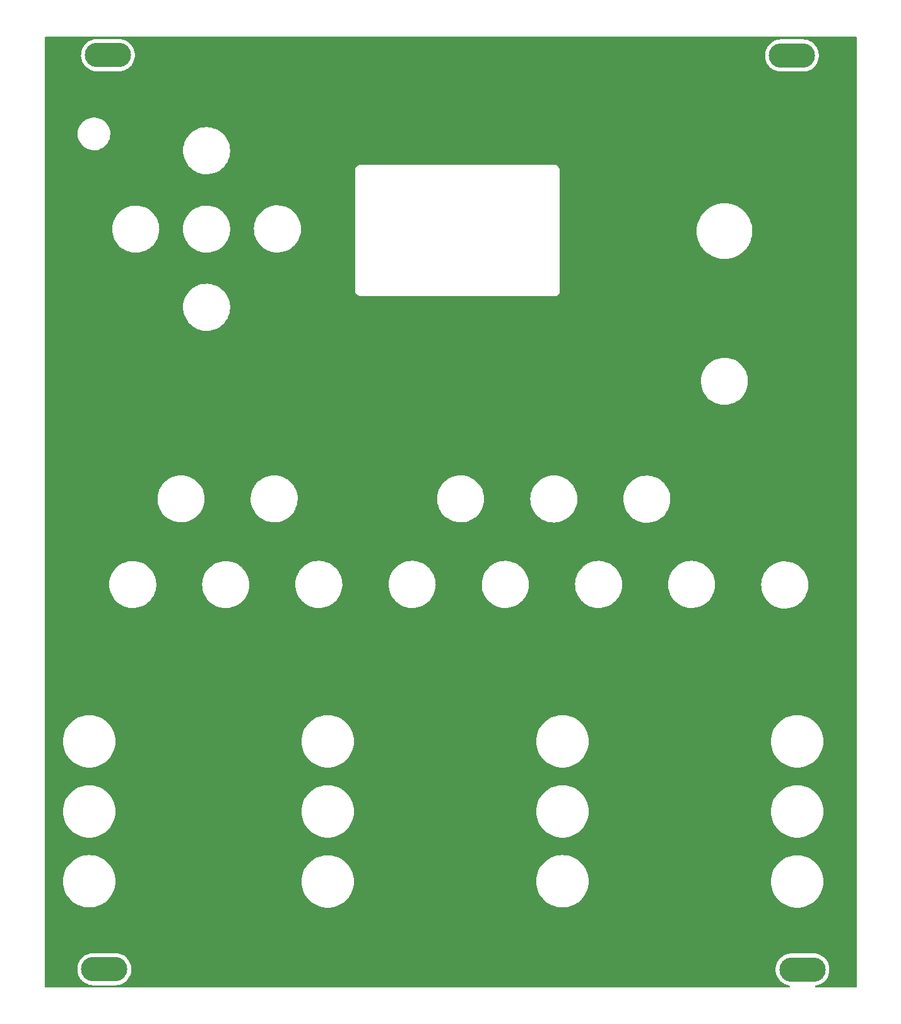
<source format=gbl>
G04 #@! TF.GenerationSoftware,KiCad,Pcbnew,(6.0.0)*
G04 #@! TF.CreationDate,2022-04-07T00:01:17+02:00*
G04 #@! TF.ProjectId,GenerativeEngineFaceplate,47656e65-7261-4746-9976-65456e67696e,rev?*
G04 #@! TF.SameCoordinates,Original*
G04 #@! TF.FileFunction,Copper,L2,Bot*
G04 #@! TF.FilePolarity,Positive*
%FSLAX46Y46*%
G04 Gerber Fmt 4.6, Leading zero omitted, Abs format (unit mm)*
G04 Created by KiCad (PCBNEW (6.0.0)) date 2022-04-07 00:01:17*
%MOMM*%
%LPD*%
G01*
G04 APERTURE LIST*
G04 #@! TA.AperFunction,ComponentPad*
%ADD10O,6.200000X3.300000*%
G04 #@! TD*
G04 APERTURE END LIST*
D10*
X139192000Y-162941000D03*
X45516800Y-162890200D03*
X45999400Y-40309800D03*
X137795000Y-40360600D03*
G04 #@! TA.AperFunction,NonConductor*
G36*
X146418321Y-37862402D02*
G01*
X146464814Y-37916058D01*
X146476200Y-37968400D01*
X146476200Y-165200400D01*
X146456198Y-165268521D01*
X146402542Y-165315014D01*
X146350200Y-165326400D01*
X140997438Y-165326400D01*
X140929317Y-165306398D01*
X140882824Y-165252742D01*
X140872720Y-165182468D01*
X140902214Y-165117888D01*
X140961940Y-165079504D01*
X140971887Y-165077018D01*
X141109334Y-165048554D01*
X141223820Y-165024845D01*
X141501247Y-164926603D01*
X141762774Y-164791618D01*
X141766275Y-164789157D01*
X141766279Y-164789155D01*
X142000052Y-164624856D01*
X142000053Y-164624855D01*
X142003562Y-164622389D01*
X142219156Y-164422048D01*
X142232741Y-164405451D01*
X142402849Y-164197618D01*
X142405565Y-164194300D01*
X142559340Y-163943361D01*
X142561068Y-163939425D01*
X142675913Y-163677802D01*
X142675914Y-163677798D01*
X142677637Y-163673874D01*
X142758265Y-163390826D01*
X142762029Y-163364384D01*
X142799129Y-163103705D01*
X142799734Y-163099454D01*
X142801275Y-162805150D01*
X142797740Y-162778295D01*
X142763420Y-162517616D01*
X142762860Y-162513360D01*
X142744056Y-162444622D01*
X142686334Y-162233628D01*
X142686334Y-162233627D01*
X142685200Y-162229483D01*
X142652747Y-162153398D01*
X142571414Y-161962714D01*
X142571410Y-161962707D01*
X142569732Y-161958772D01*
X142418592Y-161706236D01*
X142234578Y-161476549D01*
X142231476Y-161473605D01*
X142231472Y-161473601D01*
X142024204Y-161276911D01*
X142024201Y-161276909D01*
X142021095Y-161273961D01*
X141782092Y-161102220D01*
X141521993Y-160964504D01*
X141245610Y-160863362D01*
X140958057Y-160800666D01*
X140917486Y-160797473D01*
X140729691Y-160782693D01*
X140729682Y-160782693D01*
X140727234Y-160782500D01*
X137668010Y-160782500D01*
X137665874Y-160782646D01*
X137665863Y-160782646D01*
X137452650Y-160797181D01*
X137452644Y-160797182D01*
X137448373Y-160797473D01*
X137444178Y-160798342D01*
X137444176Y-160798342D01*
X137304277Y-160827314D01*
X137160180Y-160857155D01*
X136882753Y-160955397D01*
X136621226Y-161090382D01*
X136617725Y-161092843D01*
X136617721Y-161092845D01*
X136383948Y-161257144D01*
X136380438Y-161259611D01*
X136164844Y-161459952D01*
X136162130Y-161463268D01*
X136162128Y-161463270D01*
X136148524Y-161479891D01*
X135978435Y-161687700D01*
X135824660Y-161938639D01*
X135822933Y-161942572D01*
X135822932Y-161942575D01*
X135719288Y-162178683D01*
X135706363Y-162208126D01*
X135625735Y-162491174D01*
X135625131Y-162495416D01*
X135625130Y-162495422D01*
X135588279Y-162754350D01*
X135584266Y-162782546D01*
X135583454Y-162937694D01*
X135582873Y-163048654D01*
X135582725Y-163076850D01*
X135583284Y-163081094D01*
X135583284Y-163081098D01*
X135600210Y-163209659D01*
X135621140Y-163368640D01*
X135622273Y-163372780D01*
X135622273Y-163372782D01*
X135690745Y-163623074D01*
X135698800Y-163652517D01*
X135700485Y-163656467D01*
X135812586Y-163919286D01*
X135812590Y-163919293D01*
X135814268Y-163923228D01*
X135965408Y-164175764D01*
X136149422Y-164405451D01*
X136152524Y-164408395D01*
X136152528Y-164408399D01*
X136327094Y-164574056D01*
X136362905Y-164608039D01*
X136601908Y-164779780D01*
X136862007Y-164917496D01*
X137138390Y-165018638D01*
X137142580Y-165019552D01*
X137142585Y-165019553D01*
X137407404Y-165077292D01*
X137469701Y-165111347D01*
X137503696Y-165173675D01*
X137498598Y-165244488D01*
X137456024Y-165301304D01*
X137389492Y-165326083D01*
X137380563Y-165326400D01*
X37618200Y-165326400D01*
X37550079Y-165306398D01*
X37503586Y-165252742D01*
X37492200Y-165200400D01*
X37492200Y-163026050D01*
X41907525Y-163026050D01*
X41908084Y-163030294D01*
X41908084Y-163030298D01*
X41925010Y-163158859D01*
X41945940Y-163317840D01*
X41947073Y-163321980D01*
X41947073Y-163321982D01*
X42022466Y-163597572D01*
X42023600Y-163601717D01*
X42025285Y-163605667D01*
X42137386Y-163868486D01*
X42137390Y-163868493D01*
X42139068Y-163872428D01*
X42290208Y-164124964D01*
X42474222Y-164354651D01*
X42477324Y-164357595D01*
X42477328Y-164357599D01*
X42548317Y-164424965D01*
X42687705Y-164557239D01*
X42926708Y-164728980D01*
X43186807Y-164866696D01*
X43463190Y-164967838D01*
X43750743Y-165030534D01*
X43783319Y-165033098D01*
X43979109Y-165048507D01*
X43979118Y-165048507D01*
X43981566Y-165048700D01*
X47040790Y-165048700D01*
X47042926Y-165048554D01*
X47042937Y-165048554D01*
X47256150Y-165034019D01*
X47256156Y-165034018D01*
X47260427Y-165033727D01*
X47264622Y-165032858D01*
X47264624Y-165032858D01*
X47404524Y-165003886D01*
X47548620Y-164974045D01*
X47826047Y-164875803D01*
X48087574Y-164740818D01*
X48091075Y-164738357D01*
X48091079Y-164738355D01*
X48324852Y-164574056D01*
X48324853Y-164574055D01*
X48328362Y-164571589D01*
X48543956Y-164371248D01*
X48557541Y-164354651D01*
X48688786Y-164194300D01*
X48730365Y-164143500D01*
X48884140Y-163892561D01*
X48885868Y-163888625D01*
X49000713Y-163627002D01*
X49000714Y-163626998D01*
X49002437Y-163623074D01*
X49083065Y-163340026D01*
X49086829Y-163313584D01*
X49123929Y-163052905D01*
X49124534Y-163048654D01*
X49125809Y-162805150D01*
X49126053Y-162758636D01*
X49126053Y-162758630D01*
X49126075Y-162754350D01*
X49122540Y-162727495D01*
X49094348Y-162513360D01*
X49087660Y-162462560D01*
X49019184Y-162212252D01*
X49011134Y-162182828D01*
X49011134Y-162182827D01*
X49010000Y-162178683D01*
X48981986Y-162113006D01*
X48896214Y-161911914D01*
X48896210Y-161911907D01*
X48894532Y-161907972D01*
X48743392Y-161655436D01*
X48559378Y-161425749D01*
X48556276Y-161422805D01*
X48556272Y-161422801D01*
X48349004Y-161226111D01*
X48349001Y-161226109D01*
X48345895Y-161223161D01*
X48106892Y-161051420D01*
X47846793Y-160913704D01*
X47570410Y-160812562D01*
X47282857Y-160749866D01*
X47242286Y-160746673D01*
X47054491Y-160731893D01*
X47054482Y-160731893D01*
X47052034Y-160731700D01*
X43992810Y-160731700D01*
X43990674Y-160731846D01*
X43990663Y-160731846D01*
X43777450Y-160746381D01*
X43777444Y-160746382D01*
X43773173Y-160746673D01*
X43768978Y-160747542D01*
X43768976Y-160747542D01*
X43629077Y-160776514D01*
X43484980Y-160806355D01*
X43207553Y-160904597D01*
X42946026Y-161039582D01*
X42942525Y-161042043D01*
X42942521Y-161042045D01*
X42708748Y-161206344D01*
X42705238Y-161208811D01*
X42489644Y-161409152D01*
X42486930Y-161412468D01*
X42486928Y-161412470D01*
X42473324Y-161429091D01*
X42303235Y-161636900D01*
X42149460Y-161887839D01*
X42147733Y-161891772D01*
X42147732Y-161891775D01*
X42142238Y-161904292D01*
X42031163Y-162157326D01*
X41950535Y-162440374D01*
X41949931Y-162444616D01*
X41949930Y-162444622D01*
X41909671Y-162727495D01*
X41909066Y-162731746D01*
X41907525Y-163026050D01*
X37492200Y-163026050D01*
X37492200Y-151104600D01*
X39968223Y-151104600D01*
X39987487Y-151472182D01*
X40045069Y-151835737D01*
X40140337Y-152191282D01*
X40272247Y-152534921D01*
X40439355Y-152862888D01*
X40639829Y-153171592D01*
X40871474Y-153457649D01*
X41131751Y-153717926D01*
X41417808Y-153949571D01*
X41453727Y-153972897D01*
X41723760Y-154148259D01*
X41723767Y-154148263D01*
X41726511Y-154150045D01*
X41729435Y-154151535D01*
X41729437Y-154151536D01*
X42051539Y-154315655D01*
X42054479Y-154317153D01*
X42398118Y-154449063D01*
X42753663Y-154544331D01*
X42908633Y-154568876D01*
X43113970Y-154601399D01*
X43113978Y-154601400D01*
X43117218Y-154601913D01*
X43484800Y-154621177D01*
X43852382Y-154601913D01*
X43855622Y-154601400D01*
X43855630Y-154601399D01*
X44060967Y-154568876D01*
X44215937Y-154544331D01*
X44571482Y-154449063D01*
X44915121Y-154317153D01*
X44918061Y-154315655D01*
X45240163Y-154151536D01*
X45240165Y-154151535D01*
X45243089Y-154150045D01*
X45245833Y-154148263D01*
X45245840Y-154148259D01*
X45515873Y-153972897D01*
X45551792Y-153949571D01*
X45837849Y-153717926D01*
X46098126Y-153457649D01*
X46329771Y-153171592D01*
X46530245Y-152862888D01*
X46697353Y-152534921D01*
X46829263Y-152191282D01*
X46924531Y-151835737D01*
X46982113Y-151472182D01*
X47000046Y-151130000D01*
X71972223Y-151130000D01*
X71991487Y-151497582D01*
X72049069Y-151861137D01*
X72144337Y-152216682D01*
X72276247Y-152560321D01*
X72277745Y-152563261D01*
X72431824Y-152865657D01*
X72443355Y-152888288D01*
X72643829Y-153196992D01*
X72875474Y-153483049D01*
X73135751Y-153743326D01*
X73421808Y-153974971D01*
X73568212Y-154070047D01*
X73727760Y-154173659D01*
X73727767Y-154173663D01*
X73730511Y-154175445D01*
X74058479Y-154342553D01*
X74402118Y-154474463D01*
X74757663Y-154569731D01*
X74950727Y-154600310D01*
X75117970Y-154626799D01*
X75117978Y-154626800D01*
X75121218Y-154627313D01*
X75488800Y-154646577D01*
X75856382Y-154627313D01*
X75859622Y-154626800D01*
X75859630Y-154626799D01*
X76026873Y-154600310D01*
X76219937Y-154569731D01*
X76575482Y-154474463D01*
X76919121Y-154342553D01*
X77247089Y-154175445D01*
X77249833Y-154173663D01*
X77249840Y-154173659D01*
X77409388Y-154070047D01*
X77555792Y-153974971D01*
X77841849Y-153743326D01*
X78102126Y-153483049D01*
X78333771Y-153196992D01*
X78534245Y-152888288D01*
X78545777Y-152865657D01*
X78699855Y-152563261D01*
X78701353Y-152560321D01*
X78833263Y-152216682D01*
X78928531Y-151861137D01*
X78986113Y-151497582D01*
X79005377Y-151130000D01*
X79004046Y-151104600D01*
X103468223Y-151104600D01*
X103487487Y-151472182D01*
X103545069Y-151835737D01*
X103640337Y-152191282D01*
X103772247Y-152534921D01*
X103939355Y-152862888D01*
X104139829Y-153171592D01*
X104371474Y-153457649D01*
X104631751Y-153717926D01*
X104917808Y-153949571D01*
X104953727Y-153972897D01*
X105223760Y-154148259D01*
X105223767Y-154148263D01*
X105226511Y-154150045D01*
X105229435Y-154151535D01*
X105229437Y-154151536D01*
X105551539Y-154315655D01*
X105554479Y-154317153D01*
X105898118Y-154449063D01*
X106253663Y-154544331D01*
X106408633Y-154568876D01*
X106613970Y-154601399D01*
X106613978Y-154601400D01*
X106617218Y-154601913D01*
X106984800Y-154621177D01*
X107352382Y-154601913D01*
X107355622Y-154601400D01*
X107355630Y-154601399D01*
X107560967Y-154568876D01*
X107715937Y-154544331D01*
X108071482Y-154449063D01*
X108415121Y-154317153D01*
X108418061Y-154315655D01*
X108740163Y-154151536D01*
X108740165Y-154151535D01*
X108743089Y-154150045D01*
X108745833Y-154148263D01*
X108745840Y-154148259D01*
X109015873Y-153972897D01*
X109051792Y-153949571D01*
X109337849Y-153717926D01*
X109598126Y-153457649D01*
X109829771Y-153171592D01*
X110030245Y-152862888D01*
X110197353Y-152534921D01*
X110329263Y-152191282D01*
X110424531Y-151835737D01*
X110482113Y-151472182D01*
X110500046Y-151130000D01*
X134964223Y-151130000D01*
X134983487Y-151497582D01*
X135041069Y-151861137D01*
X135136337Y-152216682D01*
X135268247Y-152560321D01*
X135269745Y-152563261D01*
X135423824Y-152865657D01*
X135435355Y-152888288D01*
X135635829Y-153196992D01*
X135867474Y-153483049D01*
X136127751Y-153743326D01*
X136413808Y-153974971D01*
X136560212Y-154070047D01*
X136719760Y-154173659D01*
X136719767Y-154173663D01*
X136722511Y-154175445D01*
X137050479Y-154342553D01*
X137394118Y-154474463D01*
X137749663Y-154569731D01*
X137942727Y-154600310D01*
X138109970Y-154626799D01*
X138109978Y-154626800D01*
X138113218Y-154627313D01*
X138480800Y-154646577D01*
X138848382Y-154627313D01*
X138851622Y-154626800D01*
X138851630Y-154626799D01*
X139018873Y-154600310D01*
X139211937Y-154569731D01*
X139567482Y-154474463D01*
X139911121Y-154342553D01*
X140239089Y-154175445D01*
X140241833Y-154173663D01*
X140241840Y-154173659D01*
X140401388Y-154070047D01*
X140547792Y-153974971D01*
X140833849Y-153743326D01*
X141094126Y-153483049D01*
X141325771Y-153196992D01*
X141526245Y-152888288D01*
X141537777Y-152865657D01*
X141691855Y-152563261D01*
X141693353Y-152560321D01*
X141825263Y-152216682D01*
X141920531Y-151861137D01*
X141978113Y-151497582D01*
X141997377Y-151130000D01*
X141978113Y-150762418D01*
X141920531Y-150398863D01*
X141825263Y-150043318D01*
X141693353Y-149699679D01*
X141526245Y-149371712D01*
X141325771Y-149063008D01*
X141094126Y-148776951D01*
X140833849Y-148516674D01*
X140547792Y-148285029D01*
X140241858Y-148086353D01*
X140241840Y-148086341D01*
X140241833Y-148086337D01*
X140239089Y-148084555D01*
X140192768Y-148060953D01*
X139914061Y-147918945D01*
X139911121Y-147917447D01*
X139567482Y-147785537D01*
X139211937Y-147690269D01*
X139018873Y-147659690D01*
X138851630Y-147633201D01*
X138851622Y-147633200D01*
X138848382Y-147632687D01*
X138480800Y-147613423D01*
X138113218Y-147632687D01*
X138109978Y-147633200D01*
X138109970Y-147633201D01*
X137942727Y-147659690D01*
X137749663Y-147690269D01*
X137394118Y-147785537D01*
X137050479Y-147917447D01*
X137047539Y-147918945D01*
X136725453Y-148083056D01*
X136725446Y-148083060D01*
X136722512Y-148084555D01*
X136413808Y-148285029D01*
X136127751Y-148516674D01*
X135867474Y-148776951D01*
X135635829Y-149063008D01*
X135435355Y-149371712D01*
X135268247Y-149699679D01*
X135136337Y-150043318D01*
X135041069Y-150398863D01*
X134983487Y-150762418D01*
X134964223Y-151130000D01*
X110500046Y-151130000D01*
X110501377Y-151104600D01*
X110482113Y-150737018D01*
X110424531Y-150373463D01*
X110329263Y-150017918D01*
X110197353Y-149674279D01*
X110043187Y-149371712D01*
X110031744Y-149349253D01*
X110031740Y-149349246D01*
X110030245Y-149346312D01*
X109829771Y-149037608D01*
X109598126Y-148751551D01*
X109337849Y-148491274D01*
X109051792Y-148259629D01*
X108905388Y-148164553D01*
X108745840Y-148060941D01*
X108745833Y-148060937D01*
X108743089Y-148059155D01*
X108415121Y-147892047D01*
X108071482Y-147760137D01*
X107715937Y-147664869D01*
X107511664Y-147632515D01*
X107355630Y-147607801D01*
X107355622Y-147607800D01*
X107352382Y-147607287D01*
X106984800Y-147588023D01*
X106617218Y-147607287D01*
X106613978Y-147607800D01*
X106613970Y-147607801D01*
X106457936Y-147632515D01*
X106253663Y-147664869D01*
X105898118Y-147760137D01*
X105554479Y-147892047D01*
X105551539Y-147893545D01*
X105229453Y-148057656D01*
X105229446Y-148057660D01*
X105226512Y-148059155D01*
X105223746Y-148060951D01*
X105223743Y-148060953D01*
X105020306Y-148193066D01*
X104917808Y-148259629D01*
X104631751Y-148491274D01*
X104371474Y-148751551D01*
X104139829Y-149037608D01*
X103939355Y-149346312D01*
X103937860Y-149349246D01*
X103937856Y-149349253D01*
X103926413Y-149371712D01*
X103772247Y-149674279D01*
X103640337Y-150017918D01*
X103545069Y-150373463D01*
X103487487Y-150737018D01*
X103468223Y-151104600D01*
X79004046Y-151104600D01*
X78986113Y-150762418D01*
X78928531Y-150398863D01*
X78833263Y-150043318D01*
X78701353Y-149699679D01*
X78534245Y-149371712D01*
X78333771Y-149063008D01*
X78102126Y-148776951D01*
X77841849Y-148516674D01*
X77555792Y-148285029D01*
X77249858Y-148086353D01*
X77249840Y-148086341D01*
X77249833Y-148086337D01*
X77247089Y-148084555D01*
X77200768Y-148060953D01*
X76922061Y-147918945D01*
X76919121Y-147917447D01*
X76575482Y-147785537D01*
X76219937Y-147690269D01*
X76026873Y-147659690D01*
X75859630Y-147633201D01*
X75859622Y-147633200D01*
X75856382Y-147632687D01*
X75488800Y-147613423D01*
X75121218Y-147632687D01*
X75117978Y-147633200D01*
X75117970Y-147633201D01*
X74950727Y-147659690D01*
X74757663Y-147690269D01*
X74402118Y-147785537D01*
X74058479Y-147917447D01*
X74055539Y-147918945D01*
X73733453Y-148083056D01*
X73733446Y-148083060D01*
X73730512Y-148084555D01*
X73421808Y-148285029D01*
X73135751Y-148516674D01*
X72875474Y-148776951D01*
X72643829Y-149063008D01*
X72443355Y-149371712D01*
X72276247Y-149699679D01*
X72144337Y-150043318D01*
X72049069Y-150398863D01*
X71991487Y-150762418D01*
X71972223Y-151130000D01*
X47000046Y-151130000D01*
X47001377Y-151104600D01*
X46982113Y-150737018D01*
X46924531Y-150373463D01*
X46829263Y-150017918D01*
X46697353Y-149674279D01*
X46543187Y-149371712D01*
X46531744Y-149349253D01*
X46531740Y-149349246D01*
X46530245Y-149346312D01*
X46329771Y-149037608D01*
X46098126Y-148751551D01*
X45837849Y-148491274D01*
X45551792Y-148259629D01*
X45405388Y-148164553D01*
X45245840Y-148060941D01*
X45245833Y-148060937D01*
X45243089Y-148059155D01*
X44915121Y-147892047D01*
X44571482Y-147760137D01*
X44215937Y-147664869D01*
X44011664Y-147632515D01*
X43855630Y-147607801D01*
X43855622Y-147607800D01*
X43852382Y-147607287D01*
X43484800Y-147588023D01*
X43117218Y-147607287D01*
X43113978Y-147607800D01*
X43113970Y-147607801D01*
X42957936Y-147632515D01*
X42753663Y-147664869D01*
X42398118Y-147760137D01*
X42054479Y-147892047D01*
X42051539Y-147893545D01*
X41729453Y-148057656D01*
X41729446Y-148057660D01*
X41726512Y-148059155D01*
X41723746Y-148060951D01*
X41723743Y-148060953D01*
X41520306Y-148193066D01*
X41417808Y-148259629D01*
X41131751Y-148491274D01*
X40871474Y-148751551D01*
X40639829Y-149037608D01*
X40439355Y-149346312D01*
X40437860Y-149349246D01*
X40437856Y-149349253D01*
X40426413Y-149371712D01*
X40272247Y-149674279D01*
X40140337Y-150017918D01*
X40045069Y-150373463D01*
X39987487Y-150737018D01*
X39968223Y-151104600D01*
X37492200Y-151104600D01*
X37492200Y-141732000D01*
X39968223Y-141732000D01*
X39987487Y-142099582D01*
X40045069Y-142463137D01*
X40140337Y-142818682D01*
X40272247Y-143162321D01*
X40439355Y-143490288D01*
X40639829Y-143798992D01*
X40871474Y-144085049D01*
X41131751Y-144345326D01*
X41417808Y-144576971D01*
X41564212Y-144672047D01*
X41723760Y-144775659D01*
X41723767Y-144775663D01*
X41726511Y-144777445D01*
X42054479Y-144944553D01*
X42398118Y-145076463D01*
X42753663Y-145171731D01*
X42946727Y-145202310D01*
X43113970Y-145228799D01*
X43113978Y-145228800D01*
X43117218Y-145229313D01*
X43484800Y-145248577D01*
X43852382Y-145229313D01*
X43855622Y-145228800D01*
X43855630Y-145228799D01*
X44022873Y-145202310D01*
X44215937Y-145171731D01*
X44571482Y-145076463D01*
X44915121Y-144944553D01*
X45243089Y-144777445D01*
X45245833Y-144775663D01*
X45245840Y-144775659D01*
X45405388Y-144672047D01*
X45551792Y-144576971D01*
X45837849Y-144345326D01*
X46098126Y-144085049D01*
X46329771Y-143798992D01*
X46530245Y-143490288D01*
X46697353Y-143162321D01*
X46829263Y-142818682D01*
X46924531Y-142463137D01*
X46982113Y-142099582D01*
X47001377Y-141732000D01*
X71972223Y-141732000D01*
X71991487Y-142099582D01*
X72049069Y-142463137D01*
X72144337Y-142818682D01*
X72276247Y-143162321D01*
X72443355Y-143490288D01*
X72643829Y-143798992D01*
X72875474Y-144085049D01*
X73135751Y-144345326D01*
X73421808Y-144576971D01*
X73568212Y-144672047D01*
X73727760Y-144775659D01*
X73727767Y-144775663D01*
X73730511Y-144777445D01*
X74058479Y-144944553D01*
X74402118Y-145076463D01*
X74757663Y-145171731D01*
X74950727Y-145202310D01*
X75117970Y-145228799D01*
X75117978Y-145228800D01*
X75121218Y-145229313D01*
X75488800Y-145248577D01*
X75856382Y-145229313D01*
X75859622Y-145228800D01*
X75859630Y-145228799D01*
X76026873Y-145202310D01*
X76219937Y-145171731D01*
X76575482Y-145076463D01*
X76919121Y-144944553D01*
X77247089Y-144777445D01*
X77249833Y-144775663D01*
X77249840Y-144775659D01*
X77409388Y-144672047D01*
X77555792Y-144576971D01*
X77841849Y-144345326D01*
X78102126Y-144085049D01*
X78333771Y-143798992D01*
X78534245Y-143490288D01*
X78701353Y-143162321D01*
X78833263Y-142818682D01*
X78928531Y-142463137D01*
X78986113Y-142099582D01*
X79005377Y-141732000D01*
X103468223Y-141732000D01*
X103487487Y-142099582D01*
X103545069Y-142463137D01*
X103640337Y-142818682D01*
X103772247Y-143162321D01*
X103939355Y-143490288D01*
X104139829Y-143798992D01*
X104371474Y-144085049D01*
X104631751Y-144345326D01*
X104917808Y-144576971D01*
X105064212Y-144672047D01*
X105223760Y-144775659D01*
X105223767Y-144775663D01*
X105226511Y-144777445D01*
X105554479Y-144944553D01*
X105898118Y-145076463D01*
X106253663Y-145171731D01*
X106446727Y-145202310D01*
X106613970Y-145228799D01*
X106613978Y-145228800D01*
X106617218Y-145229313D01*
X106984800Y-145248577D01*
X107352382Y-145229313D01*
X107355622Y-145228800D01*
X107355630Y-145228799D01*
X107522873Y-145202310D01*
X107715937Y-145171731D01*
X108071482Y-145076463D01*
X108415121Y-144944553D01*
X108743089Y-144777445D01*
X108745833Y-144775663D01*
X108745840Y-144775659D01*
X108905388Y-144672047D01*
X109051792Y-144576971D01*
X109337849Y-144345326D01*
X109598126Y-144085049D01*
X109829771Y-143798992D01*
X110030245Y-143490288D01*
X110197353Y-143162321D01*
X110329263Y-142818682D01*
X110424531Y-142463137D01*
X110482113Y-142099582D01*
X110501377Y-141732000D01*
X134964223Y-141732000D01*
X134983487Y-142099582D01*
X135041069Y-142463137D01*
X135136337Y-142818682D01*
X135268247Y-143162321D01*
X135435355Y-143490288D01*
X135635829Y-143798992D01*
X135867474Y-144085049D01*
X136127751Y-144345326D01*
X136413808Y-144576971D01*
X136560212Y-144672047D01*
X136719760Y-144775659D01*
X136719767Y-144775663D01*
X136722511Y-144777445D01*
X137050479Y-144944553D01*
X137394118Y-145076463D01*
X137749663Y-145171731D01*
X137942727Y-145202310D01*
X138109970Y-145228799D01*
X138109978Y-145228800D01*
X138113218Y-145229313D01*
X138480800Y-145248577D01*
X138848382Y-145229313D01*
X138851622Y-145228800D01*
X138851630Y-145228799D01*
X139018873Y-145202310D01*
X139211937Y-145171731D01*
X139567482Y-145076463D01*
X139911121Y-144944553D01*
X140239089Y-144777445D01*
X140241833Y-144775663D01*
X140241840Y-144775659D01*
X140401388Y-144672047D01*
X140547792Y-144576971D01*
X140833849Y-144345326D01*
X141094126Y-144085049D01*
X141325771Y-143798992D01*
X141526245Y-143490288D01*
X141693353Y-143162321D01*
X141825263Y-142818682D01*
X141920531Y-142463137D01*
X141978113Y-142099582D01*
X141997377Y-141732000D01*
X141978113Y-141364418D01*
X141920531Y-141000863D01*
X141825263Y-140645318D01*
X141693353Y-140301679D01*
X141526245Y-139973712D01*
X141325771Y-139665008D01*
X141094126Y-139378951D01*
X140833849Y-139118674D01*
X140547792Y-138887029D01*
X140241858Y-138688353D01*
X140241840Y-138688341D01*
X140241833Y-138688337D01*
X140239089Y-138686555D01*
X139911121Y-138519447D01*
X139567482Y-138387537D01*
X139211937Y-138292269D01*
X139018873Y-138261690D01*
X138851630Y-138235201D01*
X138851622Y-138235200D01*
X138848382Y-138234687D01*
X138480800Y-138215423D01*
X138113218Y-138234687D01*
X138109978Y-138235200D01*
X138109970Y-138235201D01*
X137942727Y-138261690D01*
X137749663Y-138292269D01*
X137394118Y-138387537D01*
X137050479Y-138519447D01*
X137047539Y-138520945D01*
X136725453Y-138685056D01*
X136725446Y-138685060D01*
X136722512Y-138686555D01*
X136413808Y-138887029D01*
X136127751Y-139118674D01*
X135867474Y-139378951D01*
X135635829Y-139665008D01*
X135435355Y-139973712D01*
X135268247Y-140301679D01*
X135136337Y-140645318D01*
X135041069Y-141000863D01*
X134983487Y-141364418D01*
X134964223Y-141732000D01*
X110501377Y-141732000D01*
X110482113Y-141364418D01*
X110424531Y-141000863D01*
X110329263Y-140645318D01*
X110197353Y-140301679D01*
X110030245Y-139973712D01*
X109829771Y-139665008D01*
X109598126Y-139378951D01*
X109337849Y-139118674D01*
X109051792Y-138887029D01*
X108745858Y-138688353D01*
X108745840Y-138688341D01*
X108745833Y-138688337D01*
X108743089Y-138686555D01*
X108415121Y-138519447D01*
X108071482Y-138387537D01*
X107715937Y-138292269D01*
X107522873Y-138261690D01*
X107355630Y-138235201D01*
X107355622Y-138235200D01*
X107352382Y-138234687D01*
X106984800Y-138215423D01*
X106617218Y-138234687D01*
X106613978Y-138235200D01*
X106613970Y-138235201D01*
X106446727Y-138261690D01*
X106253663Y-138292269D01*
X105898118Y-138387537D01*
X105554479Y-138519447D01*
X105551539Y-138520945D01*
X105229453Y-138685056D01*
X105229446Y-138685060D01*
X105226512Y-138686555D01*
X104917808Y-138887029D01*
X104631751Y-139118674D01*
X104371474Y-139378951D01*
X104139829Y-139665008D01*
X103939355Y-139973712D01*
X103772247Y-140301679D01*
X103640337Y-140645318D01*
X103545069Y-141000863D01*
X103487487Y-141364418D01*
X103468223Y-141732000D01*
X79005377Y-141732000D01*
X78986113Y-141364418D01*
X78928531Y-141000863D01*
X78833263Y-140645318D01*
X78701353Y-140301679D01*
X78534245Y-139973712D01*
X78333771Y-139665008D01*
X78102126Y-139378951D01*
X77841849Y-139118674D01*
X77555792Y-138887029D01*
X77249858Y-138688353D01*
X77249840Y-138688341D01*
X77249833Y-138688337D01*
X77247089Y-138686555D01*
X76919121Y-138519447D01*
X76575482Y-138387537D01*
X76219937Y-138292269D01*
X76026873Y-138261690D01*
X75859630Y-138235201D01*
X75859622Y-138235200D01*
X75856382Y-138234687D01*
X75488800Y-138215423D01*
X75121218Y-138234687D01*
X75117978Y-138235200D01*
X75117970Y-138235201D01*
X74950727Y-138261690D01*
X74757663Y-138292269D01*
X74402118Y-138387537D01*
X74058479Y-138519447D01*
X74055539Y-138520945D01*
X73733453Y-138685056D01*
X73733446Y-138685060D01*
X73730512Y-138686555D01*
X73421808Y-138887029D01*
X73135751Y-139118674D01*
X72875474Y-139378951D01*
X72643829Y-139665008D01*
X72443355Y-139973712D01*
X72276247Y-140301679D01*
X72144337Y-140645318D01*
X72049069Y-141000863D01*
X71991487Y-141364418D01*
X71972223Y-141732000D01*
X47001377Y-141732000D01*
X46982113Y-141364418D01*
X46924531Y-141000863D01*
X46829263Y-140645318D01*
X46697353Y-140301679D01*
X46530245Y-139973712D01*
X46329771Y-139665008D01*
X46098126Y-139378951D01*
X45837849Y-139118674D01*
X45551792Y-138887029D01*
X45245858Y-138688353D01*
X45245840Y-138688341D01*
X45245833Y-138688337D01*
X45243089Y-138686555D01*
X44915121Y-138519447D01*
X44571482Y-138387537D01*
X44215937Y-138292269D01*
X44022873Y-138261690D01*
X43855630Y-138235201D01*
X43855622Y-138235200D01*
X43852382Y-138234687D01*
X43484800Y-138215423D01*
X43117218Y-138234687D01*
X43113978Y-138235200D01*
X43113970Y-138235201D01*
X42946727Y-138261690D01*
X42753663Y-138292269D01*
X42398118Y-138387537D01*
X42054479Y-138519447D01*
X42051539Y-138520945D01*
X41729453Y-138685056D01*
X41729446Y-138685060D01*
X41726512Y-138686555D01*
X41417808Y-138887029D01*
X41131751Y-139118674D01*
X40871474Y-139378951D01*
X40639829Y-139665008D01*
X40439355Y-139973712D01*
X40272247Y-140301679D01*
X40140337Y-140645318D01*
X40045069Y-141000863D01*
X39987487Y-141364418D01*
X39968223Y-141732000D01*
X37492200Y-141732000D01*
X37492200Y-132334000D01*
X39968223Y-132334000D01*
X39987487Y-132701582D01*
X40045069Y-133065137D01*
X40140337Y-133420682D01*
X40272247Y-133764321D01*
X40439355Y-134092288D01*
X40639829Y-134400992D01*
X40871474Y-134687049D01*
X41131751Y-134947326D01*
X41417808Y-135178971D01*
X41564212Y-135274047D01*
X41723760Y-135377659D01*
X41723767Y-135377663D01*
X41726511Y-135379445D01*
X42054479Y-135546553D01*
X42398118Y-135678463D01*
X42753663Y-135773731D01*
X42946727Y-135804310D01*
X43113970Y-135830799D01*
X43113978Y-135830800D01*
X43117218Y-135831313D01*
X43484800Y-135850577D01*
X43852382Y-135831313D01*
X43855622Y-135830800D01*
X43855630Y-135830799D01*
X44022873Y-135804310D01*
X44215937Y-135773731D01*
X44571482Y-135678463D01*
X44915121Y-135546553D01*
X45243089Y-135379445D01*
X45245833Y-135377663D01*
X45245840Y-135377659D01*
X45405388Y-135274047D01*
X45551792Y-135178971D01*
X45837849Y-134947326D01*
X46098126Y-134687049D01*
X46329771Y-134400992D01*
X46530245Y-134092288D01*
X46697353Y-133764321D01*
X46829263Y-133420682D01*
X46924531Y-133065137D01*
X46982113Y-132701582D01*
X47001377Y-132334000D01*
X71972223Y-132334000D01*
X71991487Y-132701582D01*
X72049069Y-133065137D01*
X72144337Y-133420682D01*
X72276247Y-133764321D01*
X72443355Y-134092288D01*
X72643829Y-134400992D01*
X72875474Y-134687049D01*
X73135751Y-134947326D01*
X73421808Y-135178971D01*
X73568212Y-135274047D01*
X73727760Y-135377659D01*
X73727767Y-135377663D01*
X73730511Y-135379445D01*
X74058479Y-135546553D01*
X74402118Y-135678463D01*
X74757663Y-135773731D01*
X74950727Y-135804310D01*
X75117970Y-135830799D01*
X75117978Y-135830800D01*
X75121218Y-135831313D01*
X75488800Y-135850577D01*
X75856382Y-135831313D01*
X75859622Y-135830800D01*
X75859630Y-135830799D01*
X76026873Y-135804310D01*
X76219937Y-135773731D01*
X76575482Y-135678463D01*
X76919121Y-135546553D01*
X77247089Y-135379445D01*
X77249833Y-135377663D01*
X77249840Y-135377659D01*
X77409388Y-135274047D01*
X77555792Y-135178971D01*
X77841849Y-134947326D01*
X78102126Y-134687049D01*
X78333771Y-134400992D01*
X78534245Y-134092288D01*
X78701353Y-133764321D01*
X78833263Y-133420682D01*
X78928531Y-133065137D01*
X78986113Y-132701582D01*
X79005377Y-132334000D01*
X103468223Y-132334000D01*
X103487487Y-132701582D01*
X103545069Y-133065137D01*
X103640337Y-133420682D01*
X103772247Y-133764321D01*
X103939355Y-134092288D01*
X104139829Y-134400992D01*
X104371474Y-134687049D01*
X104631751Y-134947326D01*
X104917808Y-135178971D01*
X105064212Y-135274047D01*
X105223760Y-135377659D01*
X105223767Y-135377663D01*
X105226511Y-135379445D01*
X105554479Y-135546553D01*
X105898118Y-135678463D01*
X106253663Y-135773731D01*
X106446727Y-135804310D01*
X106613970Y-135830799D01*
X106613978Y-135830800D01*
X106617218Y-135831313D01*
X106984800Y-135850577D01*
X107352382Y-135831313D01*
X107355622Y-135830800D01*
X107355630Y-135830799D01*
X107522873Y-135804310D01*
X107715937Y-135773731D01*
X108071482Y-135678463D01*
X108415121Y-135546553D01*
X108743089Y-135379445D01*
X108745833Y-135377663D01*
X108745840Y-135377659D01*
X108905388Y-135274047D01*
X109051792Y-135178971D01*
X109337849Y-134947326D01*
X109598126Y-134687049D01*
X109829771Y-134400992D01*
X110030245Y-134092288D01*
X110197353Y-133764321D01*
X110329263Y-133420682D01*
X110424531Y-133065137D01*
X110482113Y-132701582D01*
X110501377Y-132334000D01*
X134964223Y-132334000D01*
X134983487Y-132701582D01*
X135041069Y-133065137D01*
X135136337Y-133420682D01*
X135268247Y-133764321D01*
X135435355Y-134092288D01*
X135635829Y-134400992D01*
X135867474Y-134687049D01*
X136127751Y-134947326D01*
X136413808Y-135178971D01*
X136560212Y-135274047D01*
X136719760Y-135377659D01*
X136719767Y-135377663D01*
X136722511Y-135379445D01*
X137050479Y-135546553D01*
X137394118Y-135678463D01*
X137749663Y-135773731D01*
X137942727Y-135804310D01*
X138109970Y-135830799D01*
X138109978Y-135830800D01*
X138113218Y-135831313D01*
X138480800Y-135850577D01*
X138848382Y-135831313D01*
X138851622Y-135830800D01*
X138851630Y-135830799D01*
X139018873Y-135804310D01*
X139211937Y-135773731D01*
X139567482Y-135678463D01*
X139911121Y-135546553D01*
X140239089Y-135379445D01*
X140241833Y-135377663D01*
X140241840Y-135377659D01*
X140401388Y-135274047D01*
X140547792Y-135178971D01*
X140833849Y-134947326D01*
X141094126Y-134687049D01*
X141325771Y-134400992D01*
X141526245Y-134092288D01*
X141693353Y-133764321D01*
X141825263Y-133420682D01*
X141920531Y-133065137D01*
X141978113Y-132701582D01*
X141997377Y-132334000D01*
X141978113Y-131966418D01*
X141920531Y-131602863D01*
X141825263Y-131247318D01*
X141693353Y-130903679D01*
X141526245Y-130575712D01*
X141325771Y-130267008D01*
X141094126Y-129980951D01*
X140833849Y-129720674D01*
X140547792Y-129489029D01*
X140241858Y-129290353D01*
X140241840Y-129290341D01*
X140241833Y-129290337D01*
X140239089Y-129288555D01*
X139911121Y-129121447D01*
X139567482Y-128989537D01*
X139211937Y-128894269D01*
X139018873Y-128863690D01*
X138851630Y-128837201D01*
X138851622Y-128837200D01*
X138848382Y-128836687D01*
X138480800Y-128817423D01*
X138113218Y-128836687D01*
X138109978Y-128837200D01*
X138109970Y-128837201D01*
X137942727Y-128863690D01*
X137749663Y-128894269D01*
X137394118Y-128989537D01*
X137050479Y-129121447D01*
X137047539Y-129122945D01*
X136725453Y-129287056D01*
X136725446Y-129287060D01*
X136722512Y-129288555D01*
X136413808Y-129489029D01*
X136127751Y-129720674D01*
X135867474Y-129980951D01*
X135635829Y-130267008D01*
X135435355Y-130575712D01*
X135268247Y-130903679D01*
X135136337Y-131247318D01*
X135041069Y-131602863D01*
X134983487Y-131966418D01*
X134964223Y-132334000D01*
X110501377Y-132334000D01*
X110482113Y-131966418D01*
X110424531Y-131602863D01*
X110329263Y-131247318D01*
X110197353Y-130903679D01*
X110030245Y-130575712D01*
X109829771Y-130267008D01*
X109598126Y-129980951D01*
X109337849Y-129720674D01*
X109051792Y-129489029D01*
X108745858Y-129290353D01*
X108745840Y-129290341D01*
X108745833Y-129290337D01*
X108743089Y-129288555D01*
X108415121Y-129121447D01*
X108071482Y-128989537D01*
X107715937Y-128894269D01*
X107522873Y-128863690D01*
X107355630Y-128837201D01*
X107355622Y-128837200D01*
X107352382Y-128836687D01*
X106984800Y-128817423D01*
X106617218Y-128836687D01*
X106613978Y-128837200D01*
X106613970Y-128837201D01*
X106446727Y-128863690D01*
X106253663Y-128894269D01*
X105898118Y-128989537D01*
X105554479Y-129121447D01*
X105551539Y-129122945D01*
X105229453Y-129287056D01*
X105229446Y-129287060D01*
X105226512Y-129288555D01*
X104917808Y-129489029D01*
X104631751Y-129720674D01*
X104371474Y-129980951D01*
X104139829Y-130267008D01*
X103939355Y-130575712D01*
X103772247Y-130903679D01*
X103640337Y-131247318D01*
X103545069Y-131602863D01*
X103487487Y-131966418D01*
X103468223Y-132334000D01*
X79005377Y-132334000D01*
X78986113Y-131966418D01*
X78928531Y-131602863D01*
X78833263Y-131247318D01*
X78701353Y-130903679D01*
X78534245Y-130575712D01*
X78333771Y-130267008D01*
X78102126Y-129980951D01*
X77841849Y-129720674D01*
X77555792Y-129489029D01*
X77249858Y-129290353D01*
X77249840Y-129290341D01*
X77249833Y-129290337D01*
X77247089Y-129288555D01*
X76919121Y-129121447D01*
X76575482Y-128989537D01*
X76219937Y-128894269D01*
X76026873Y-128863690D01*
X75859630Y-128837201D01*
X75859622Y-128837200D01*
X75856382Y-128836687D01*
X75488800Y-128817423D01*
X75121218Y-128836687D01*
X75117978Y-128837200D01*
X75117970Y-128837201D01*
X74950727Y-128863690D01*
X74757663Y-128894269D01*
X74402118Y-128989537D01*
X74058479Y-129121447D01*
X74055539Y-129122945D01*
X73733453Y-129287056D01*
X73733446Y-129287060D01*
X73730512Y-129288555D01*
X73421808Y-129489029D01*
X73135751Y-129720674D01*
X72875474Y-129980951D01*
X72643829Y-130267008D01*
X72443355Y-130575712D01*
X72276247Y-130903679D01*
X72144337Y-131247318D01*
X72049069Y-131602863D01*
X71991487Y-131966418D01*
X71972223Y-132334000D01*
X47001377Y-132334000D01*
X46982113Y-131966418D01*
X46924531Y-131602863D01*
X46829263Y-131247318D01*
X46697353Y-130903679D01*
X46530245Y-130575712D01*
X46329771Y-130267008D01*
X46098126Y-129980951D01*
X45837849Y-129720674D01*
X45551792Y-129489029D01*
X45245858Y-129290353D01*
X45245840Y-129290341D01*
X45245833Y-129290337D01*
X45243089Y-129288555D01*
X44915121Y-129121447D01*
X44571482Y-128989537D01*
X44215937Y-128894269D01*
X44022873Y-128863690D01*
X43855630Y-128837201D01*
X43855622Y-128837200D01*
X43852382Y-128836687D01*
X43484800Y-128817423D01*
X43117218Y-128836687D01*
X43113978Y-128837200D01*
X43113970Y-128837201D01*
X42946727Y-128863690D01*
X42753663Y-128894269D01*
X42398118Y-128989537D01*
X42054479Y-129121447D01*
X42051539Y-129122945D01*
X41729453Y-129287056D01*
X41729446Y-129287060D01*
X41726512Y-129288555D01*
X41417808Y-129489029D01*
X41131751Y-129720674D01*
X40871474Y-129980951D01*
X40639829Y-130267008D01*
X40439355Y-130575712D01*
X40272247Y-130903679D01*
X40140337Y-131247318D01*
X40045069Y-131602863D01*
X39987487Y-131966418D01*
X39968223Y-132334000D01*
X37492200Y-132334000D01*
X37492200Y-111258720D01*
X46169978Y-111258720D01*
X46170888Y-111280431D01*
X46184738Y-111610882D01*
X46186704Y-111623582D01*
X46230660Y-111907519D01*
X46238661Y-111959204D01*
X46239583Y-111962596D01*
X46239583Y-111962598D01*
X46256836Y-112026098D01*
X46331075Y-112299345D01*
X46460828Y-112627065D01*
X46462474Y-112630161D01*
X46462476Y-112630165D01*
X46495978Y-112693173D01*
X46626304Y-112938279D01*
X46628289Y-112941178D01*
X46823448Y-113226201D01*
X46823453Y-113226207D01*
X46825439Y-113229108D01*
X46827742Y-113231776D01*
X47046858Y-113485624D01*
X47055751Y-113495927D01*
X47314370Y-113735410D01*
X47317217Y-113737509D01*
X47578009Y-113929782D01*
X47598072Y-113944574D01*
X47903321Y-114120809D01*
X48051887Y-114185716D01*
X48223092Y-114260514D01*
X48223095Y-114260515D01*
X48226313Y-114261921D01*
X48229670Y-114262960D01*
X48229675Y-114262962D01*
X48328667Y-114293605D01*
X48563021Y-114366150D01*
X48624145Y-114377810D01*
X48905798Y-114431538D01*
X48905803Y-114431539D01*
X48909249Y-114432196D01*
X49102419Y-114447060D01*
X49257185Y-114458969D01*
X49257187Y-114458969D01*
X49260682Y-114459238D01*
X49480916Y-114451547D01*
X49609424Y-114447060D01*
X49609429Y-114447060D01*
X49612939Y-114446937D01*
X49872146Y-114408660D01*
X49958150Y-114395960D01*
X49958154Y-114395959D01*
X49961629Y-114395446D01*
X49965021Y-114394550D01*
X49965025Y-114394549D01*
X50299016Y-114306305D01*
X50299017Y-114306305D01*
X50302407Y-114305409D01*
X50631024Y-114177947D01*
X50943386Y-114014648D01*
X51213853Y-113832216D01*
X51232682Y-113819516D01*
X51232684Y-113819515D01*
X51235598Y-113817549D01*
X51250521Y-113804849D01*
X51501346Y-113591380D01*
X51501347Y-113591379D01*
X51504019Y-113589105D01*
X51506414Y-113586555D01*
X51506422Y-113586547D01*
X51742891Y-113334732D01*
X51742895Y-113334727D01*
X51745302Y-113332164D01*
X51747407Y-113329350D01*
X51747413Y-113329343D01*
X51954332Y-113052748D01*
X51956441Y-113049929D01*
X51960101Y-113043692D01*
X52039653Y-112908097D01*
X52134803Y-112745918D01*
X52139105Y-112736256D01*
X52276734Y-112427136D01*
X52276736Y-112427131D01*
X52278166Y-112423919D01*
X52384743Y-112087946D01*
X52453205Y-111742188D01*
X52468686Y-111557832D01*
X52482516Y-111393136D01*
X52482517Y-111393125D01*
X52482699Y-111390952D01*
X52482877Y-111378252D01*
X52483900Y-111304978D01*
X52483900Y-111304966D01*
X52483930Y-111302800D01*
X52483390Y-111293131D01*
X52482176Y-111271420D01*
X58641378Y-111271420D01*
X58642288Y-111293131D01*
X58656138Y-111623582D01*
X58656676Y-111627056D01*
X58702060Y-111920219D01*
X58710061Y-111971904D01*
X58802475Y-112312045D01*
X58932228Y-112639765D01*
X58933874Y-112642861D01*
X58933876Y-112642865D01*
X58960887Y-112693665D01*
X59097704Y-112950979D01*
X59099689Y-112953878D01*
X59294848Y-113238901D01*
X59294853Y-113238907D01*
X59296839Y-113241808D01*
X59299142Y-113244476D01*
X59518258Y-113498324D01*
X59527151Y-113508627D01*
X59785770Y-113748110D01*
X59788617Y-113750209D01*
X60049409Y-113942482D01*
X60069472Y-113957274D01*
X60374721Y-114133509D01*
X60508416Y-114191919D01*
X60694492Y-114273214D01*
X60694495Y-114273215D01*
X60697713Y-114274621D01*
X60701070Y-114275660D01*
X60701075Y-114275662D01*
X60865183Y-114326462D01*
X61034421Y-114378850D01*
X61054845Y-114382746D01*
X61377198Y-114444238D01*
X61377203Y-114444239D01*
X61380649Y-114444896D01*
X61573819Y-114459760D01*
X61728585Y-114471669D01*
X61728587Y-114471669D01*
X61732082Y-114471938D01*
X61952316Y-114464247D01*
X62080824Y-114459760D01*
X62080829Y-114459760D01*
X62084339Y-114459637D01*
X62294450Y-114428610D01*
X62429550Y-114408660D01*
X62429554Y-114408659D01*
X62433029Y-114408146D01*
X62436421Y-114407250D01*
X62436425Y-114407249D01*
X62770416Y-114319005D01*
X62770417Y-114319005D01*
X62773807Y-114318109D01*
X63102424Y-114190647D01*
X63414786Y-114027348D01*
X63631684Y-113881049D01*
X63704082Y-113832216D01*
X63704084Y-113832215D01*
X63706998Y-113830249D01*
X63721921Y-113817549D01*
X63972746Y-113604080D01*
X63972747Y-113604079D01*
X63975419Y-113601805D01*
X63977814Y-113599255D01*
X63977822Y-113599247D01*
X64214291Y-113347432D01*
X64214295Y-113347427D01*
X64216702Y-113344864D01*
X64218807Y-113342050D01*
X64218813Y-113342043D01*
X64425732Y-113065448D01*
X64427841Y-113062629D01*
X64438952Y-113043692D01*
X64518504Y-112908097D01*
X64606203Y-112758618D01*
X64610505Y-112748956D01*
X64748134Y-112439836D01*
X64748136Y-112439831D01*
X64749566Y-112436619D01*
X64856143Y-112100646D01*
X64924605Y-111754888D01*
X64949650Y-111456636D01*
X64953916Y-111405836D01*
X64953917Y-111405825D01*
X64954099Y-111403652D01*
X64954277Y-111390952D01*
X64955300Y-111317678D01*
X64955300Y-111317666D01*
X64955330Y-111315500D01*
X64954080Y-111293131D01*
X64951446Y-111246020D01*
X71138178Y-111246020D01*
X71139088Y-111267731D01*
X71152938Y-111598182D01*
X71154904Y-111610882D01*
X71190835Y-111842980D01*
X71206861Y-111946504D01*
X71207783Y-111949896D01*
X71207783Y-111949898D01*
X71211234Y-111962598D01*
X71299275Y-112286645D01*
X71429028Y-112614365D01*
X71430674Y-112617461D01*
X71430676Y-112617465D01*
X71442533Y-112639765D01*
X71594504Y-112925579D01*
X71596489Y-112928478D01*
X71791648Y-113213501D01*
X71791653Y-113213507D01*
X71793639Y-113216408D01*
X71795942Y-113219076D01*
X71990239Y-113444171D01*
X72023951Y-113483227D01*
X72282570Y-113722710D01*
X72285417Y-113724809D01*
X72494244Y-113878770D01*
X72566272Y-113931874D01*
X72871521Y-114108109D01*
X73005216Y-114166519D01*
X73191292Y-114247814D01*
X73191295Y-114247815D01*
X73194513Y-114249221D01*
X73197870Y-114250260D01*
X73197875Y-114250262D01*
X73330903Y-114291441D01*
X73531221Y-114353450D01*
X73534677Y-114354109D01*
X73534676Y-114354109D01*
X73873998Y-114418838D01*
X73874003Y-114418839D01*
X73877449Y-114419496D01*
X74070619Y-114434360D01*
X74225385Y-114446269D01*
X74225387Y-114446269D01*
X74228882Y-114446538D01*
X74449116Y-114438847D01*
X74577624Y-114434360D01*
X74577629Y-114434360D01*
X74581139Y-114434237D01*
X74840346Y-114395960D01*
X74926350Y-114383260D01*
X74926354Y-114383259D01*
X74929829Y-114382746D01*
X74933221Y-114381850D01*
X74933225Y-114381849D01*
X75267216Y-114293605D01*
X75267217Y-114293605D01*
X75270607Y-114292709D01*
X75599224Y-114165247D01*
X75911586Y-114001948D01*
X76182053Y-113819516D01*
X76200882Y-113806816D01*
X76200884Y-113806815D01*
X76203798Y-113804849D01*
X76454624Y-113591380D01*
X76469546Y-113578680D01*
X76469547Y-113578679D01*
X76472219Y-113576405D01*
X76474614Y-113573855D01*
X76474622Y-113573847D01*
X76711091Y-113322032D01*
X76711095Y-113322027D01*
X76713502Y-113319464D01*
X76715607Y-113316650D01*
X76715613Y-113316643D01*
X76922532Y-113040048D01*
X76924641Y-113037229D01*
X76928301Y-113030992D01*
X77000402Y-112908097D01*
X77103003Y-112733218D01*
X77123445Y-112687304D01*
X77244934Y-112414436D01*
X77244936Y-112414431D01*
X77246366Y-112411219D01*
X77352943Y-112075246D01*
X77421405Y-111729488D01*
X77444317Y-111456636D01*
X77450716Y-111380436D01*
X77450717Y-111380425D01*
X77450899Y-111378252D01*
X77451036Y-111368478D01*
X77452100Y-111292278D01*
X77452100Y-111292266D01*
X77452130Y-111290100D01*
X77451590Y-111280431D01*
X77449666Y-111246020D01*
X83660378Y-111246020D01*
X83661288Y-111267731D01*
X83675138Y-111598182D01*
X83677104Y-111610882D01*
X83713035Y-111842980D01*
X83729061Y-111946504D01*
X83729983Y-111949896D01*
X83729983Y-111949898D01*
X83733434Y-111962598D01*
X83821475Y-112286645D01*
X83951228Y-112614365D01*
X83952874Y-112617461D01*
X83952876Y-112617465D01*
X83964733Y-112639765D01*
X84116704Y-112925579D01*
X84118689Y-112928478D01*
X84313848Y-113213501D01*
X84313853Y-113213507D01*
X84315839Y-113216408D01*
X84318142Y-113219076D01*
X84512439Y-113444171D01*
X84546151Y-113483227D01*
X84804770Y-113722710D01*
X84807617Y-113724809D01*
X85016444Y-113878770D01*
X85088472Y-113931874D01*
X85393721Y-114108109D01*
X85527416Y-114166519D01*
X85713492Y-114247814D01*
X85713495Y-114247815D01*
X85716713Y-114249221D01*
X85720070Y-114250260D01*
X85720075Y-114250262D01*
X85853103Y-114291441D01*
X86053421Y-114353450D01*
X86056877Y-114354109D01*
X86056876Y-114354109D01*
X86396198Y-114418838D01*
X86396203Y-114418839D01*
X86399649Y-114419496D01*
X86592819Y-114434360D01*
X86747585Y-114446269D01*
X86747587Y-114446269D01*
X86751082Y-114446538D01*
X86971316Y-114438847D01*
X87099824Y-114434360D01*
X87099829Y-114434360D01*
X87103339Y-114434237D01*
X87362546Y-114395960D01*
X87448550Y-114383260D01*
X87448554Y-114383259D01*
X87452029Y-114382746D01*
X87455421Y-114381850D01*
X87455425Y-114381849D01*
X87789416Y-114293605D01*
X87789417Y-114293605D01*
X87792807Y-114292709D01*
X88121424Y-114165247D01*
X88433786Y-114001948D01*
X88704253Y-113819516D01*
X88723082Y-113806816D01*
X88723084Y-113806815D01*
X88725998Y-113804849D01*
X88976824Y-113591380D01*
X88991746Y-113578680D01*
X88991747Y-113578679D01*
X88994419Y-113576405D01*
X88996814Y-113573855D01*
X88996822Y-113573847D01*
X89233291Y-113322032D01*
X89233295Y-113322027D01*
X89235702Y-113319464D01*
X89237807Y-113316650D01*
X89237813Y-113316643D01*
X89444732Y-113040048D01*
X89446841Y-113037229D01*
X89450501Y-113030992D01*
X89522602Y-112908097D01*
X89625203Y-112733218D01*
X89645645Y-112687304D01*
X89767134Y-112414436D01*
X89767136Y-112414431D01*
X89768566Y-112411219D01*
X89875143Y-112075246D01*
X89943605Y-111729488D01*
X89966517Y-111456636D01*
X89972916Y-111380436D01*
X89972917Y-111380425D01*
X89973099Y-111378252D01*
X89973236Y-111368478D01*
X89974300Y-111292278D01*
X89974300Y-111292266D01*
X89974330Y-111290100D01*
X89973790Y-111280431D01*
X89971866Y-111246020D01*
X96157178Y-111246020D01*
X96158088Y-111267731D01*
X96171938Y-111598182D01*
X96173904Y-111610882D01*
X96209835Y-111842980D01*
X96225861Y-111946504D01*
X96226783Y-111949896D01*
X96226783Y-111949898D01*
X96230234Y-111962598D01*
X96318275Y-112286645D01*
X96448028Y-112614365D01*
X96449674Y-112617461D01*
X96449676Y-112617465D01*
X96461533Y-112639765D01*
X96613504Y-112925579D01*
X96615489Y-112928478D01*
X96810648Y-113213501D01*
X96810653Y-113213507D01*
X96812639Y-113216408D01*
X96814942Y-113219076D01*
X97009239Y-113444171D01*
X97042951Y-113483227D01*
X97301570Y-113722710D01*
X97304417Y-113724809D01*
X97513244Y-113878770D01*
X97585272Y-113931874D01*
X97890521Y-114108109D01*
X98024216Y-114166519D01*
X98210292Y-114247814D01*
X98210295Y-114247815D01*
X98213513Y-114249221D01*
X98216870Y-114250260D01*
X98216875Y-114250262D01*
X98349903Y-114291441D01*
X98550221Y-114353450D01*
X98553677Y-114354109D01*
X98553676Y-114354109D01*
X98892998Y-114418838D01*
X98893003Y-114418839D01*
X98896449Y-114419496D01*
X99089619Y-114434360D01*
X99244385Y-114446269D01*
X99244387Y-114446269D01*
X99247882Y-114446538D01*
X99468116Y-114438847D01*
X99596624Y-114434360D01*
X99596629Y-114434360D01*
X99600139Y-114434237D01*
X99859346Y-114395960D01*
X99945350Y-114383260D01*
X99945354Y-114383259D01*
X99948829Y-114382746D01*
X99952221Y-114381850D01*
X99952225Y-114381849D01*
X100286216Y-114293605D01*
X100286217Y-114293605D01*
X100289607Y-114292709D01*
X100618224Y-114165247D01*
X100930586Y-114001948D01*
X101201053Y-113819516D01*
X101219882Y-113806816D01*
X101219884Y-113806815D01*
X101222798Y-113804849D01*
X101473624Y-113591380D01*
X101488546Y-113578680D01*
X101488547Y-113578679D01*
X101491219Y-113576405D01*
X101493614Y-113573855D01*
X101493622Y-113573847D01*
X101730091Y-113322032D01*
X101730095Y-113322027D01*
X101732502Y-113319464D01*
X101734607Y-113316650D01*
X101734613Y-113316643D01*
X101941532Y-113040048D01*
X101943641Y-113037229D01*
X101947301Y-113030992D01*
X102019402Y-112908097D01*
X102122003Y-112733218D01*
X102142445Y-112687304D01*
X102263934Y-112414436D01*
X102263936Y-112414431D01*
X102265366Y-112411219D01*
X102371943Y-112075246D01*
X102440405Y-111729488D01*
X102463317Y-111456636D01*
X102469716Y-111380436D01*
X102469717Y-111380425D01*
X102469899Y-111378252D01*
X102470036Y-111368478D01*
X102471100Y-111292278D01*
X102471100Y-111292266D01*
X102471130Y-111290100D01*
X102470590Y-111280431D01*
X102468666Y-111246020D01*
X108679378Y-111246020D01*
X108680288Y-111267731D01*
X108694138Y-111598182D01*
X108696104Y-111610882D01*
X108732035Y-111842980D01*
X108748061Y-111946504D01*
X108748983Y-111949896D01*
X108748983Y-111949898D01*
X108752434Y-111962598D01*
X108840475Y-112286645D01*
X108970228Y-112614365D01*
X108971874Y-112617461D01*
X108971876Y-112617465D01*
X108983733Y-112639765D01*
X109135704Y-112925579D01*
X109137689Y-112928478D01*
X109332848Y-113213501D01*
X109332853Y-113213507D01*
X109334839Y-113216408D01*
X109337142Y-113219076D01*
X109531439Y-113444171D01*
X109565151Y-113483227D01*
X109823770Y-113722710D01*
X109826617Y-113724809D01*
X110035444Y-113878770D01*
X110107472Y-113931874D01*
X110412721Y-114108109D01*
X110546416Y-114166519D01*
X110732492Y-114247814D01*
X110732495Y-114247815D01*
X110735713Y-114249221D01*
X110739070Y-114250260D01*
X110739075Y-114250262D01*
X110872103Y-114291441D01*
X111072421Y-114353450D01*
X111075877Y-114354109D01*
X111075876Y-114354109D01*
X111415198Y-114418838D01*
X111415203Y-114418839D01*
X111418649Y-114419496D01*
X111611819Y-114434360D01*
X111766585Y-114446269D01*
X111766587Y-114446269D01*
X111770082Y-114446538D01*
X111990316Y-114438847D01*
X112118824Y-114434360D01*
X112118829Y-114434360D01*
X112122339Y-114434237D01*
X112381546Y-114395960D01*
X112467550Y-114383260D01*
X112467554Y-114383259D01*
X112471029Y-114382746D01*
X112474421Y-114381850D01*
X112474425Y-114381849D01*
X112808416Y-114293605D01*
X112808417Y-114293605D01*
X112811807Y-114292709D01*
X113140424Y-114165247D01*
X113452786Y-114001948D01*
X113723253Y-113819516D01*
X113742082Y-113806816D01*
X113742084Y-113806815D01*
X113744998Y-113804849D01*
X113995824Y-113591380D01*
X114010746Y-113578680D01*
X114010747Y-113578679D01*
X114013419Y-113576405D01*
X114015814Y-113573855D01*
X114015822Y-113573847D01*
X114252291Y-113322032D01*
X114252295Y-113322027D01*
X114254702Y-113319464D01*
X114256807Y-113316650D01*
X114256813Y-113316643D01*
X114463732Y-113040048D01*
X114465841Y-113037229D01*
X114469501Y-113030992D01*
X114541602Y-112908097D01*
X114644203Y-112733218D01*
X114664645Y-112687304D01*
X114786134Y-112414436D01*
X114786136Y-112414431D01*
X114787566Y-112411219D01*
X114894143Y-112075246D01*
X114962605Y-111729488D01*
X114985517Y-111456636D01*
X114991916Y-111380436D01*
X114991917Y-111380425D01*
X114992099Y-111378252D01*
X114992236Y-111368478D01*
X114993300Y-111292278D01*
X114993300Y-111292266D01*
X114993330Y-111290100D01*
X114992790Y-111280431D01*
X114990866Y-111246020D01*
X121150778Y-111246020D01*
X121151688Y-111267731D01*
X121165538Y-111598182D01*
X121167504Y-111610882D01*
X121203435Y-111842980D01*
X121219461Y-111946504D01*
X121220383Y-111949896D01*
X121220383Y-111949898D01*
X121223834Y-111962598D01*
X121311875Y-112286645D01*
X121441628Y-112614365D01*
X121443274Y-112617461D01*
X121443276Y-112617465D01*
X121455133Y-112639765D01*
X121607104Y-112925579D01*
X121609089Y-112928478D01*
X121804248Y-113213501D01*
X121804253Y-113213507D01*
X121806239Y-113216408D01*
X121808542Y-113219076D01*
X122002839Y-113444171D01*
X122036551Y-113483227D01*
X122295170Y-113722710D01*
X122298017Y-113724809D01*
X122506844Y-113878770D01*
X122578872Y-113931874D01*
X122884121Y-114108109D01*
X123017816Y-114166519D01*
X123203892Y-114247814D01*
X123203895Y-114247815D01*
X123207113Y-114249221D01*
X123210470Y-114250260D01*
X123210475Y-114250262D01*
X123343503Y-114291441D01*
X123543821Y-114353450D01*
X123547277Y-114354109D01*
X123547276Y-114354109D01*
X123886598Y-114418838D01*
X123886603Y-114418839D01*
X123890049Y-114419496D01*
X124083219Y-114434360D01*
X124237985Y-114446269D01*
X124237987Y-114446269D01*
X124241482Y-114446538D01*
X124461716Y-114438847D01*
X124590224Y-114434360D01*
X124590229Y-114434360D01*
X124593739Y-114434237D01*
X124852946Y-114395960D01*
X124938950Y-114383260D01*
X124938954Y-114383259D01*
X124942429Y-114382746D01*
X124945821Y-114381850D01*
X124945825Y-114381849D01*
X125279816Y-114293605D01*
X125279817Y-114293605D01*
X125283207Y-114292709D01*
X125611824Y-114165247D01*
X125924186Y-114001948D01*
X126194653Y-113819516D01*
X126213482Y-113806816D01*
X126213484Y-113806815D01*
X126216398Y-113804849D01*
X126467224Y-113591380D01*
X126482146Y-113578680D01*
X126482147Y-113578679D01*
X126484819Y-113576405D01*
X126487214Y-113573855D01*
X126487222Y-113573847D01*
X126723691Y-113322032D01*
X126723695Y-113322027D01*
X126726102Y-113319464D01*
X126728207Y-113316650D01*
X126728213Y-113316643D01*
X126935132Y-113040048D01*
X126937241Y-113037229D01*
X126940901Y-113030992D01*
X127013002Y-112908097D01*
X127115603Y-112733218D01*
X127136045Y-112687304D01*
X127257534Y-112414436D01*
X127257536Y-112414431D01*
X127258966Y-112411219D01*
X127365543Y-112075246D01*
X127434005Y-111729488D01*
X127456917Y-111456636D01*
X127463316Y-111380436D01*
X127463317Y-111380425D01*
X127463499Y-111378252D01*
X127463636Y-111368478D01*
X127464282Y-111322220D01*
X133647578Y-111322220D01*
X133648488Y-111343931D01*
X133662338Y-111674382D01*
X133672835Y-111742188D01*
X133708397Y-111971904D01*
X133716261Y-112022704D01*
X133808675Y-112362845D01*
X133938428Y-112690565D01*
X133940074Y-112693661D01*
X133940076Y-112693665D01*
X133976228Y-112761656D01*
X134103904Y-113001779D01*
X134105889Y-113004678D01*
X134301048Y-113289701D01*
X134301053Y-113289707D01*
X134303039Y-113292608D01*
X134305342Y-113295276D01*
X134491571Y-113511024D01*
X134533351Y-113559427D01*
X134791970Y-113798910D01*
X134794817Y-113801009D01*
X135069577Y-114003580D01*
X135075672Y-114008074D01*
X135380921Y-114184309D01*
X135514616Y-114242719D01*
X135700692Y-114324014D01*
X135700695Y-114324015D01*
X135703913Y-114325421D01*
X135707270Y-114326460D01*
X135707275Y-114326462D01*
X135837615Y-114366809D01*
X136040621Y-114429650D01*
X136053968Y-114432196D01*
X136383398Y-114495038D01*
X136383403Y-114495039D01*
X136386849Y-114495696D01*
X136580019Y-114510560D01*
X136734785Y-114522469D01*
X136734787Y-114522469D01*
X136738282Y-114522738D01*
X136958516Y-114515047D01*
X137087024Y-114510560D01*
X137087029Y-114510560D01*
X137090539Y-114510437D01*
X137264884Y-114484691D01*
X137435750Y-114459460D01*
X137435754Y-114459459D01*
X137439229Y-114458946D01*
X137442621Y-114458050D01*
X137442625Y-114458049D01*
X137776616Y-114369805D01*
X137776617Y-114369805D01*
X137780007Y-114368909D01*
X138108624Y-114241447D01*
X138420986Y-114078148D01*
X138713198Y-113881049D01*
X138872225Y-113745707D01*
X138978946Y-113654880D01*
X138978947Y-113654879D01*
X138981619Y-113652605D01*
X138984014Y-113650055D01*
X138984022Y-113650047D01*
X139220491Y-113398232D01*
X139220495Y-113398227D01*
X139222902Y-113395664D01*
X139225007Y-113392850D01*
X139225013Y-113392843D01*
X139431932Y-113116248D01*
X139434041Y-113113429D01*
X139445152Y-113094492D01*
X139527649Y-112953878D01*
X139612403Y-112809418D01*
X139635021Y-112758618D01*
X139754334Y-112490636D01*
X139754336Y-112490631D01*
X139755766Y-112487419D01*
X139862343Y-112151446D01*
X139930805Y-111805688D01*
X139960299Y-111454452D01*
X139960906Y-111411036D01*
X139961500Y-111368478D01*
X139961500Y-111368466D01*
X139961530Y-111366300D01*
X139960280Y-111343931D01*
X139945322Y-111076389D01*
X139941855Y-111014378D01*
X139941267Y-111010901D01*
X139883662Y-110670324D01*
X139883661Y-110670320D01*
X139883073Y-110666843D01*
X139785919Y-110328025D01*
X139718493Y-110164437D01*
X139652941Y-110005394D01*
X139652937Y-110005386D01*
X139651603Y-110002149D01*
X139510566Y-109745604D01*
X139483494Y-109696360D01*
X139483489Y-109696353D01*
X139481798Y-109693276D01*
X139445963Y-109642476D01*
X139280653Y-109408135D01*
X139280652Y-109408134D01*
X139278622Y-109405256D01*
X139044607Y-109141678D01*
X138782670Y-108905829D01*
X138779820Y-108903788D01*
X138779813Y-108903783D01*
X138498929Y-108702690D01*
X138498926Y-108702688D01*
X138496075Y-108700647D01*
X138188395Y-108528690D01*
X137863464Y-108392102D01*
X137860101Y-108391112D01*
X137860092Y-108391109D01*
X137638402Y-108325863D01*
X137525333Y-108292585D01*
X137237232Y-108241785D01*
X137181677Y-108231989D01*
X137181675Y-108231989D01*
X137178217Y-108231379D01*
X137174708Y-108231158D01*
X137174706Y-108231158D01*
X136829959Y-108209468D01*
X136829953Y-108209468D01*
X136826441Y-108209247D01*
X136726192Y-108214150D01*
X136477897Y-108226293D01*
X136477888Y-108226294D01*
X136474390Y-108226465D01*
X136470922Y-108227027D01*
X136470919Y-108227027D01*
X136129928Y-108282256D01*
X136129925Y-108282257D01*
X136126453Y-108282819D01*
X135786965Y-108377605D01*
X135783717Y-108378917D01*
X135783709Y-108378920D01*
X135463423Y-108508324D01*
X135463419Y-108508326D01*
X135460159Y-108509643D01*
X135457072Y-108511312D01*
X135457068Y-108511314D01*
X135427453Y-108527327D01*
X135150108Y-108677287D01*
X134860677Y-108878448D01*
X134858035Y-108880761D01*
X134858031Y-108880764D01*
X134665036Y-109049718D01*
X134595472Y-109110617D01*
X134593097Y-109113218D01*
X134418159Y-109304800D01*
X134357800Y-109370901D01*
X134150622Y-109656057D01*
X133976522Y-109962529D01*
X133958150Y-110005394D01*
X133843035Y-110273977D01*
X133837668Y-110286498D01*
X133836651Y-110289867D01*
X133739197Y-110612653D01*
X133735793Y-110623926D01*
X133716629Y-110728343D01*
X133681489Y-110919807D01*
X133672165Y-110970607D01*
X133647578Y-111322220D01*
X127464282Y-111322220D01*
X127464700Y-111292278D01*
X127464700Y-111292266D01*
X127464730Y-111290100D01*
X127464190Y-111280431D01*
X127449942Y-111025589D01*
X127445055Y-110938178D01*
X127444467Y-110934701D01*
X127386862Y-110594124D01*
X127386861Y-110594120D01*
X127386273Y-110590643D01*
X127377609Y-110560426D01*
X127343572Y-110441727D01*
X127289119Y-110251825D01*
X127241756Y-110136913D01*
X127156141Y-109929194D01*
X127156137Y-109929186D01*
X127154803Y-109925949D01*
X127028585Y-109696360D01*
X126986694Y-109620160D01*
X126986689Y-109620153D01*
X126984998Y-109617076D01*
X126974648Y-109602403D01*
X126783853Y-109331935D01*
X126783852Y-109331934D01*
X126781822Y-109329056D01*
X126547807Y-109065478D01*
X126510735Y-109032098D01*
X126288488Y-108831986D01*
X126288485Y-108831984D01*
X126285870Y-108829629D01*
X126283020Y-108827588D01*
X126283013Y-108827583D01*
X126032356Y-108648131D01*
X125999275Y-108624447D01*
X125691595Y-108452490D01*
X125366664Y-108315902D01*
X125363301Y-108314912D01*
X125363292Y-108314909D01*
X125112766Y-108241176D01*
X125028533Y-108216385D01*
X124701204Y-108158668D01*
X124684877Y-108155789D01*
X124684875Y-108155789D01*
X124681417Y-108155179D01*
X124677908Y-108154958D01*
X124677906Y-108154958D01*
X124333159Y-108133268D01*
X124333153Y-108133268D01*
X124329641Y-108133047D01*
X124229392Y-108137950D01*
X123981097Y-108150093D01*
X123981088Y-108150094D01*
X123977590Y-108150265D01*
X123974122Y-108150827D01*
X123974119Y-108150827D01*
X123633128Y-108206056D01*
X123633125Y-108206057D01*
X123629653Y-108206619D01*
X123290165Y-108301405D01*
X123286917Y-108302717D01*
X123286909Y-108302720D01*
X122966623Y-108432124D01*
X122966619Y-108432126D01*
X122963359Y-108433443D01*
X122960272Y-108435112D01*
X122960268Y-108435114D01*
X122913292Y-108460514D01*
X122653308Y-108601087D01*
X122363877Y-108802248D01*
X122361235Y-108804561D01*
X122361231Y-108804564D01*
X122247894Y-108903783D01*
X122098672Y-109034417D01*
X121861000Y-109294701D01*
X121653822Y-109579857D01*
X121652080Y-109582923D01*
X121652079Y-109582925D01*
X121616498Y-109645560D01*
X121479722Y-109886329D01*
X121445674Y-109965768D01*
X121349638Y-110189837D01*
X121340868Y-110210298D01*
X121238993Y-110547726D01*
X121175365Y-110894407D01*
X121150778Y-111246020D01*
X114990866Y-111246020D01*
X114978542Y-111025589D01*
X114973655Y-110938178D01*
X114973067Y-110934701D01*
X114915462Y-110594124D01*
X114915461Y-110594120D01*
X114914873Y-110590643D01*
X114906209Y-110560426D01*
X114872172Y-110441727D01*
X114817719Y-110251825D01*
X114770356Y-110136913D01*
X114684741Y-109929194D01*
X114684737Y-109929186D01*
X114683403Y-109925949D01*
X114557185Y-109696360D01*
X114515294Y-109620160D01*
X114515289Y-109620153D01*
X114513598Y-109617076D01*
X114503248Y-109602403D01*
X114312453Y-109331935D01*
X114312452Y-109331934D01*
X114310422Y-109329056D01*
X114076407Y-109065478D01*
X114039335Y-109032098D01*
X113817088Y-108831986D01*
X113817085Y-108831984D01*
X113814470Y-108829629D01*
X113811620Y-108827588D01*
X113811613Y-108827583D01*
X113560956Y-108648131D01*
X113527875Y-108624447D01*
X113220195Y-108452490D01*
X112895264Y-108315902D01*
X112891901Y-108314912D01*
X112891892Y-108314909D01*
X112641366Y-108241176D01*
X112557133Y-108216385D01*
X112229804Y-108158668D01*
X112213477Y-108155789D01*
X112213475Y-108155789D01*
X112210017Y-108155179D01*
X112206508Y-108154958D01*
X112206506Y-108154958D01*
X111861759Y-108133268D01*
X111861753Y-108133268D01*
X111858241Y-108133047D01*
X111757992Y-108137950D01*
X111509697Y-108150093D01*
X111509688Y-108150094D01*
X111506190Y-108150265D01*
X111502722Y-108150827D01*
X111502719Y-108150827D01*
X111161728Y-108206056D01*
X111161725Y-108206057D01*
X111158253Y-108206619D01*
X110818765Y-108301405D01*
X110815517Y-108302717D01*
X110815509Y-108302720D01*
X110495223Y-108432124D01*
X110495219Y-108432126D01*
X110491959Y-108433443D01*
X110488872Y-108435112D01*
X110488868Y-108435114D01*
X110441892Y-108460514D01*
X110181908Y-108601087D01*
X109892477Y-108802248D01*
X109889835Y-108804561D01*
X109889831Y-108804564D01*
X109776494Y-108903783D01*
X109627272Y-109034417D01*
X109389600Y-109294701D01*
X109182422Y-109579857D01*
X109180680Y-109582923D01*
X109180679Y-109582925D01*
X109145098Y-109645560D01*
X109008322Y-109886329D01*
X108974274Y-109965768D01*
X108878238Y-110189837D01*
X108869468Y-110210298D01*
X108767593Y-110547726D01*
X108703965Y-110894407D01*
X108679378Y-111246020D01*
X102468666Y-111246020D01*
X102456342Y-111025589D01*
X102451455Y-110938178D01*
X102450867Y-110934701D01*
X102393262Y-110594124D01*
X102393261Y-110594120D01*
X102392673Y-110590643D01*
X102384009Y-110560426D01*
X102349972Y-110441727D01*
X102295519Y-110251825D01*
X102248156Y-110136913D01*
X102162541Y-109929194D01*
X102162537Y-109929186D01*
X102161203Y-109925949D01*
X102034985Y-109696360D01*
X101993094Y-109620160D01*
X101993089Y-109620153D01*
X101991398Y-109617076D01*
X101981048Y-109602403D01*
X101790253Y-109331935D01*
X101790252Y-109331934D01*
X101788222Y-109329056D01*
X101554207Y-109065478D01*
X101517135Y-109032098D01*
X101294888Y-108831986D01*
X101294885Y-108831984D01*
X101292270Y-108829629D01*
X101289420Y-108827588D01*
X101289413Y-108827583D01*
X101038756Y-108648131D01*
X101005675Y-108624447D01*
X100697995Y-108452490D01*
X100373064Y-108315902D01*
X100369701Y-108314912D01*
X100369692Y-108314909D01*
X100119166Y-108241176D01*
X100034933Y-108216385D01*
X99707604Y-108158668D01*
X99691277Y-108155789D01*
X99691275Y-108155789D01*
X99687817Y-108155179D01*
X99684308Y-108154958D01*
X99684306Y-108154958D01*
X99339559Y-108133268D01*
X99339553Y-108133268D01*
X99336041Y-108133047D01*
X99235792Y-108137950D01*
X98987497Y-108150093D01*
X98987488Y-108150094D01*
X98983990Y-108150265D01*
X98980522Y-108150827D01*
X98980519Y-108150827D01*
X98639528Y-108206056D01*
X98639525Y-108206057D01*
X98636053Y-108206619D01*
X98296565Y-108301405D01*
X98293317Y-108302717D01*
X98293309Y-108302720D01*
X97973023Y-108432124D01*
X97973019Y-108432126D01*
X97969759Y-108433443D01*
X97966672Y-108435112D01*
X97966668Y-108435114D01*
X97919692Y-108460514D01*
X97659708Y-108601087D01*
X97370277Y-108802248D01*
X97367635Y-108804561D01*
X97367631Y-108804564D01*
X97254294Y-108903783D01*
X97105072Y-109034417D01*
X96867400Y-109294701D01*
X96660222Y-109579857D01*
X96658480Y-109582923D01*
X96658479Y-109582925D01*
X96622898Y-109645560D01*
X96486122Y-109886329D01*
X96452074Y-109965768D01*
X96356038Y-110189837D01*
X96347268Y-110210298D01*
X96245393Y-110547726D01*
X96181765Y-110894407D01*
X96157178Y-111246020D01*
X89971866Y-111246020D01*
X89959542Y-111025589D01*
X89954655Y-110938178D01*
X89954067Y-110934701D01*
X89896462Y-110594124D01*
X89896461Y-110594120D01*
X89895873Y-110590643D01*
X89887209Y-110560426D01*
X89853172Y-110441727D01*
X89798719Y-110251825D01*
X89751356Y-110136913D01*
X89665741Y-109929194D01*
X89665737Y-109929186D01*
X89664403Y-109925949D01*
X89538185Y-109696360D01*
X89496294Y-109620160D01*
X89496289Y-109620153D01*
X89494598Y-109617076D01*
X89484248Y-109602403D01*
X89293453Y-109331935D01*
X89293452Y-109331934D01*
X89291422Y-109329056D01*
X89057407Y-109065478D01*
X89020335Y-109032098D01*
X88798088Y-108831986D01*
X88798085Y-108831984D01*
X88795470Y-108829629D01*
X88792620Y-108827588D01*
X88792613Y-108827583D01*
X88541956Y-108648131D01*
X88508875Y-108624447D01*
X88201195Y-108452490D01*
X87876264Y-108315902D01*
X87872901Y-108314912D01*
X87872892Y-108314909D01*
X87622366Y-108241176D01*
X87538133Y-108216385D01*
X87210804Y-108158668D01*
X87194477Y-108155789D01*
X87194475Y-108155789D01*
X87191017Y-108155179D01*
X87187508Y-108154958D01*
X87187506Y-108154958D01*
X86842759Y-108133268D01*
X86842753Y-108133268D01*
X86839241Y-108133047D01*
X86738992Y-108137950D01*
X86490697Y-108150093D01*
X86490688Y-108150094D01*
X86487190Y-108150265D01*
X86483722Y-108150827D01*
X86483719Y-108150827D01*
X86142728Y-108206056D01*
X86142725Y-108206057D01*
X86139253Y-108206619D01*
X85799765Y-108301405D01*
X85796517Y-108302717D01*
X85796509Y-108302720D01*
X85476223Y-108432124D01*
X85476219Y-108432126D01*
X85472959Y-108433443D01*
X85469872Y-108435112D01*
X85469868Y-108435114D01*
X85422892Y-108460514D01*
X85162908Y-108601087D01*
X84873477Y-108802248D01*
X84870835Y-108804561D01*
X84870831Y-108804564D01*
X84757494Y-108903783D01*
X84608272Y-109034417D01*
X84370600Y-109294701D01*
X84163422Y-109579857D01*
X84161680Y-109582923D01*
X84161679Y-109582925D01*
X84126098Y-109645560D01*
X83989322Y-109886329D01*
X83955274Y-109965768D01*
X83859238Y-110189837D01*
X83850468Y-110210298D01*
X83748593Y-110547726D01*
X83684965Y-110894407D01*
X83660378Y-111246020D01*
X77449666Y-111246020D01*
X77437342Y-111025589D01*
X77432455Y-110938178D01*
X77431867Y-110934701D01*
X77374262Y-110594124D01*
X77374261Y-110594120D01*
X77373673Y-110590643D01*
X77365009Y-110560426D01*
X77330972Y-110441727D01*
X77276519Y-110251825D01*
X77229156Y-110136913D01*
X77143541Y-109929194D01*
X77143537Y-109929186D01*
X77142203Y-109925949D01*
X77015985Y-109696360D01*
X76974094Y-109620160D01*
X76974089Y-109620153D01*
X76972398Y-109617076D01*
X76962048Y-109602403D01*
X76771253Y-109331935D01*
X76771252Y-109331934D01*
X76769222Y-109329056D01*
X76535207Y-109065478D01*
X76498135Y-109032098D01*
X76275888Y-108831986D01*
X76275885Y-108831984D01*
X76273270Y-108829629D01*
X76270420Y-108827588D01*
X76270413Y-108827583D01*
X76019756Y-108648131D01*
X75986675Y-108624447D01*
X75678995Y-108452490D01*
X75354064Y-108315902D01*
X75350701Y-108314912D01*
X75350692Y-108314909D01*
X75100166Y-108241176D01*
X75015933Y-108216385D01*
X74688604Y-108158668D01*
X74672277Y-108155789D01*
X74672275Y-108155789D01*
X74668817Y-108155179D01*
X74665308Y-108154958D01*
X74665306Y-108154958D01*
X74320559Y-108133268D01*
X74320553Y-108133268D01*
X74317041Y-108133047D01*
X74216792Y-108137950D01*
X73968497Y-108150093D01*
X73968488Y-108150094D01*
X73964990Y-108150265D01*
X73961522Y-108150827D01*
X73961519Y-108150827D01*
X73620528Y-108206056D01*
X73620525Y-108206057D01*
X73617053Y-108206619D01*
X73277565Y-108301405D01*
X73274317Y-108302717D01*
X73274309Y-108302720D01*
X72954023Y-108432124D01*
X72954019Y-108432126D01*
X72950759Y-108433443D01*
X72947672Y-108435112D01*
X72947668Y-108435114D01*
X72900692Y-108460514D01*
X72640708Y-108601087D01*
X72351277Y-108802248D01*
X72348635Y-108804561D01*
X72348631Y-108804564D01*
X72235294Y-108903783D01*
X72086072Y-109034417D01*
X71848400Y-109294701D01*
X71641222Y-109579857D01*
X71639480Y-109582923D01*
X71639479Y-109582925D01*
X71603898Y-109645560D01*
X71467122Y-109886329D01*
X71433074Y-109965768D01*
X71337038Y-110189837D01*
X71328268Y-110210298D01*
X71226393Y-110547726D01*
X71162765Y-110894407D01*
X71138178Y-111246020D01*
X64951446Y-111246020D01*
X64938412Y-111012889D01*
X64935655Y-110963578D01*
X64924551Y-110897929D01*
X64877462Y-110619524D01*
X64877461Y-110619520D01*
X64876873Y-110616043D01*
X64779719Y-110277225D01*
X64732356Y-110162313D01*
X64646741Y-109954594D01*
X64646737Y-109954586D01*
X64645403Y-109951349D01*
X64539275Y-109758304D01*
X64477294Y-109645560D01*
X64477289Y-109645553D01*
X64475598Y-109642476D01*
X64433590Y-109582925D01*
X64274453Y-109357335D01*
X64274452Y-109357334D01*
X64272422Y-109354456D01*
X64038407Y-109090878D01*
X64013107Y-109068098D01*
X63779088Y-108857386D01*
X63779085Y-108857384D01*
X63776470Y-108855029D01*
X63773620Y-108852988D01*
X63773613Y-108852983D01*
X63492729Y-108651890D01*
X63492726Y-108651888D01*
X63489875Y-108649847D01*
X63182195Y-108477890D01*
X62857264Y-108341302D01*
X62853901Y-108340312D01*
X62853892Y-108340309D01*
X62645381Y-108278942D01*
X62519133Y-108241785D01*
X62240943Y-108192732D01*
X62175477Y-108181189D01*
X62175475Y-108181189D01*
X62172017Y-108180579D01*
X62168508Y-108180358D01*
X62168506Y-108180358D01*
X61823759Y-108158668D01*
X61823753Y-108158668D01*
X61820241Y-108158447D01*
X61731380Y-108162793D01*
X61471697Y-108175493D01*
X61471688Y-108175494D01*
X61468190Y-108175665D01*
X61464722Y-108176227D01*
X61464719Y-108176227D01*
X61123728Y-108231456D01*
X61123725Y-108231457D01*
X61120253Y-108232019D01*
X60780765Y-108326805D01*
X60777517Y-108328117D01*
X60777509Y-108328120D01*
X60457223Y-108457524D01*
X60457219Y-108457526D01*
X60453959Y-108458843D01*
X60450872Y-108460512D01*
X60450868Y-108460514D01*
X60444741Y-108463827D01*
X60143908Y-108626487D01*
X59854477Y-108827648D01*
X59851835Y-108829961D01*
X59851831Y-108829964D01*
X59765171Y-108905829D01*
X59589272Y-109059817D01*
X59351600Y-109320101D01*
X59144422Y-109605257D01*
X58970322Y-109911729D01*
X58951950Y-109954594D01*
X58840911Y-110213667D01*
X58831468Y-110235698D01*
X58804574Y-110324777D01*
X58732381Y-110563893D01*
X58729593Y-110573126D01*
X58665965Y-110919807D01*
X58641378Y-111271420D01*
X52482176Y-111271420D01*
X52468432Y-111025589D01*
X52464255Y-110950878D01*
X52459000Y-110919807D01*
X52406062Y-110606824D01*
X52406061Y-110606820D01*
X52405473Y-110603343D01*
X52396809Y-110573126D01*
X52362772Y-110454427D01*
X52308319Y-110264525D01*
X52208345Y-110021969D01*
X52175341Y-109941894D01*
X52175337Y-109941886D01*
X52174003Y-109938649D01*
X52066486Y-109743077D01*
X52005894Y-109632860D01*
X52005889Y-109632853D01*
X52004198Y-109629776D01*
X51984889Y-109602403D01*
X51803053Y-109344635D01*
X51803052Y-109344634D01*
X51801022Y-109341756D01*
X51567007Y-109078178D01*
X51521294Y-109037018D01*
X51307688Y-108844686D01*
X51307685Y-108844684D01*
X51305070Y-108842329D01*
X51302220Y-108840288D01*
X51302213Y-108840283D01*
X51021329Y-108639190D01*
X51021326Y-108639188D01*
X51018475Y-108637147D01*
X50710795Y-108465190D01*
X50385864Y-108328602D01*
X50382501Y-108327612D01*
X50382492Y-108327609D01*
X50173981Y-108266242D01*
X50047733Y-108229085D01*
X49743798Y-108175493D01*
X49704077Y-108168489D01*
X49704075Y-108168489D01*
X49700617Y-108167879D01*
X49697108Y-108167658D01*
X49697106Y-108167658D01*
X49352359Y-108145968D01*
X49352353Y-108145968D01*
X49348841Y-108145747D01*
X49259980Y-108150093D01*
X49000297Y-108162793D01*
X49000288Y-108162794D01*
X48996790Y-108162965D01*
X48993322Y-108163527D01*
X48993319Y-108163527D01*
X48652328Y-108218756D01*
X48652325Y-108218757D01*
X48648853Y-108219319D01*
X48645470Y-108220264D01*
X48645468Y-108220264D01*
X48605383Y-108231456D01*
X48309365Y-108314105D01*
X48306117Y-108315417D01*
X48306109Y-108315420D01*
X47985823Y-108444824D01*
X47985819Y-108444826D01*
X47982559Y-108446143D01*
X47979472Y-108447812D01*
X47979468Y-108447814D01*
X47955980Y-108460514D01*
X47672508Y-108613787D01*
X47383077Y-108814948D01*
X47380435Y-108817261D01*
X47380431Y-108817264D01*
X47310541Y-108878448D01*
X47117872Y-109047117D01*
X46880200Y-109307401D01*
X46673022Y-109592557D01*
X46671280Y-109595623D01*
X46671279Y-109595625D01*
X46661868Y-109612191D01*
X46498922Y-109899029D01*
X46453649Y-110004658D01*
X46376993Y-110183510D01*
X46360068Y-110222998D01*
X46352345Y-110248577D01*
X46260981Y-110551193D01*
X46258193Y-110560426D01*
X46194565Y-110907107D01*
X46169978Y-111258720D01*
X37492200Y-111258720D01*
X37492200Y-99765220D01*
X52646978Y-99765220D01*
X52647888Y-99786931D01*
X52661738Y-100117382D01*
X52662276Y-100120856D01*
X52699635Y-100362180D01*
X52715661Y-100465704D01*
X52808075Y-100805845D01*
X52937828Y-101133565D01*
X52939474Y-101136661D01*
X52939476Y-101136665D01*
X52966487Y-101187465D01*
X53103304Y-101444779D01*
X53105289Y-101447678D01*
X53300448Y-101732701D01*
X53300453Y-101732707D01*
X53302439Y-101735608D01*
X53304742Y-101738276D01*
X53499039Y-101963371D01*
X53532751Y-102002427D01*
X53791370Y-102241910D01*
X53794217Y-102244009D01*
X53939900Y-102351416D01*
X54075072Y-102451074D01*
X54380321Y-102627309D01*
X54514016Y-102685719D01*
X54700092Y-102767014D01*
X54700095Y-102767015D01*
X54703313Y-102768421D01*
X54706670Y-102769460D01*
X54706675Y-102769462D01*
X54870783Y-102820262D01*
X55040021Y-102872650D01*
X55043477Y-102873309D01*
X55043476Y-102873309D01*
X55382798Y-102938038D01*
X55382803Y-102938039D01*
X55386249Y-102938696D01*
X55579419Y-102953560D01*
X55734185Y-102965469D01*
X55734187Y-102965469D01*
X55737682Y-102965738D01*
X55957916Y-102958047D01*
X56086424Y-102953560D01*
X56086429Y-102953560D01*
X56089939Y-102953437D01*
X56300050Y-102922410D01*
X56435150Y-102902460D01*
X56435154Y-102902459D01*
X56438629Y-102901946D01*
X56442021Y-102901050D01*
X56442025Y-102901049D01*
X56776016Y-102812805D01*
X56776017Y-102812805D01*
X56779407Y-102811909D01*
X57108024Y-102684447D01*
X57420386Y-102521148D01*
X57637284Y-102374849D01*
X57709682Y-102326016D01*
X57709684Y-102326015D01*
X57712598Y-102324049D01*
X57981019Y-102095605D01*
X57983414Y-102093055D01*
X57983422Y-102093047D01*
X58219891Y-101841232D01*
X58219895Y-101841227D01*
X58222302Y-101838664D01*
X58224407Y-101835850D01*
X58224413Y-101835843D01*
X58431332Y-101559248D01*
X58433441Y-101556429D01*
X58444552Y-101537492D01*
X58501568Y-101440310D01*
X58611803Y-101252418D01*
X58654863Y-101155704D01*
X58753734Y-100933636D01*
X58753736Y-100933631D01*
X58755166Y-100930419D01*
X58861743Y-100594446D01*
X58930205Y-100248688D01*
X58955250Y-99950436D01*
X58959516Y-99899636D01*
X58959517Y-99899625D01*
X58959699Y-99897452D01*
X58960191Y-99862278D01*
X58960900Y-99811478D01*
X58960900Y-99811466D01*
X58960930Y-99809300D01*
X58959680Y-99786931D01*
X58958466Y-99765220D01*
X65143778Y-99765220D01*
X65144688Y-99786931D01*
X65158538Y-100117382D01*
X65159076Y-100120856D01*
X65196435Y-100362180D01*
X65212461Y-100465704D01*
X65304875Y-100805845D01*
X65434628Y-101133565D01*
X65436274Y-101136661D01*
X65436276Y-101136665D01*
X65463287Y-101187465D01*
X65600104Y-101444779D01*
X65602089Y-101447678D01*
X65797248Y-101732701D01*
X65797253Y-101732707D01*
X65799239Y-101735608D01*
X65801542Y-101738276D01*
X65995839Y-101963371D01*
X66029551Y-102002427D01*
X66288170Y-102241910D01*
X66291017Y-102244009D01*
X66436700Y-102351416D01*
X66571872Y-102451074D01*
X66877121Y-102627309D01*
X67010816Y-102685719D01*
X67196892Y-102767014D01*
X67196895Y-102767015D01*
X67200113Y-102768421D01*
X67203470Y-102769460D01*
X67203475Y-102769462D01*
X67367583Y-102820262D01*
X67536821Y-102872650D01*
X67540277Y-102873309D01*
X67540276Y-102873309D01*
X67879598Y-102938038D01*
X67879603Y-102938039D01*
X67883049Y-102938696D01*
X68076219Y-102953560D01*
X68230985Y-102965469D01*
X68230987Y-102965469D01*
X68234482Y-102965738D01*
X68454716Y-102958047D01*
X68583224Y-102953560D01*
X68583229Y-102953560D01*
X68586739Y-102953437D01*
X68796850Y-102922410D01*
X68931950Y-102902460D01*
X68931954Y-102902459D01*
X68935429Y-102901946D01*
X68938821Y-102901050D01*
X68938825Y-102901049D01*
X69272816Y-102812805D01*
X69272817Y-102812805D01*
X69276207Y-102811909D01*
X69604824Y-102684447D01*
X69917186Y-102521148D01*
X70134084Y-102374849D01*
X70206482Y-102326016D01*
X70206484Y-102326015D01*
X70209398Y-102324049D01*
X70477819Y-102095605D01*
X70480214Y-102093055D01*
X70480222Y-102093047D01*
X70716691Y-101841232D01*
X70716695Y-101841227D01*
X70719102Y-101838664D01*
X70721207Y-101835850D01*
X70721213Y-101835843D01*
X70928132Y-101559248D01*
X70930241Y-101556429D01*
X70941352Y-101537492D01*
X70998368Y-101440310D01*
X71108603Y-101252418D01*
X71151663Y-101155704D01*
X71250534Y-100933636D01*
X71250536Y-100933631D01*
X71251966Y-100930419D01*
X71358543Y-100594446D01*
X71427005Y-100248688D01*
X71452050Y-99950436D01*
X71456316Y-99899636D01*
X71456317Y-99899625D01*
X71456499Y-99897452D01*
X71456991Y-99862278D01*
X71457700Y-99811478D01*
X71457700Y-99811466D01*
X71457730Y-99809300D01*
X71456480Y-99786931D01*
X71455266Y-99765220D01*
X90162778Y-99765220D01*
X90163688Y-99786931D01*
X90177538Y-100117382D01*
X90178076Y-100120856D01*
X90215435Y-100362180D01*
X90231461Y-100465704D01*
X90323875Y-100805845D01*
X90453628Y-101133565D01*
X90455274Y-101136661D01*
X90455276Y-101136665D01*
X90482287Y-101187465D01*
X90619104Y-101444779D01*
X90621089Y-101447678D01*
X90816248Y-101732701D01*
X90816253Y-101732707D01*
X90818239Y-101735608D01*
X90820542Y-101738276D01*
X91014839Y-101963371D01*
X91048551Y-102002427D01*
X91307170Y-102241910D01*
X91310017Y-102244009D01*
X91455700Y-102351416D01*
X91590872Y-102451074D01*
X91896121Y-102627309D01*
X92029816Y-102685719D01*
X92215892Y-102767014D01*
X92215895Y-102767015D01*
X92219113Y-102768421D01*
X92222470Y-102769460D01*
X92222475Y-102769462D01*
X92386583Y-102820262D01*
X92555821Y-102872650D01*
X92559277Y-102873309D01*
X92559276Y-102873309D01*
X92898598Y-102938038D01*
X92898603Y-102938039D01*
X92902049Y-102938696D01*
X93095219Y-102953560D01*
X93249985Y-102965469D01*
X93249987Y-102965469D01*
X93253482Y-102965738D01*
X93473716Y-102958047D01*
X93602224Y-102953560D01*
X93602229Y-102953560D01*
X93605739Y-102953437D01*
X93815850Y-102922410D01*
X93950950Y-102902460D01*
X93950954Y-102902459D01*
X93954429Y-102901946D01*
X93957821Y-102901050D01*
X93957825Y-102901049D01*
X94291816Y-102812805D01*
X94291817Y-102812805D01*
X94295207Y-102811909D01*
X94623824Y-102684447D01*
X94936186Y-102521148D01*
X95153084Y-102374849D01*
X95225482Y-102326016D01*
X95225484Y-102326015D01*
X95228398Y-102324049D01*
X95496819Y-102095605D01*
X95499214Y-102093055D01*
X95499222Y-102093047D01*
X95735691Y-101841232D01*
X95735695Y-101841227D01*
X95738102Y-101838664D01*
X95740207Y-101835850D01*
X95740213Y-101835843D01*
X95947132Y-101559248D01*
X95949241Y-101556429D01*
X95960352Y-101537492D01*
X96017368Y-101440310D01*
X96127603Y-101252418D01*
X96170663Y-101155704D01*
X96269534Y-100933636D01*
X96269536Y-100933631D01*
X96270966Y-100930419D01*
X96377543Y-100594446D01*
X96446005Y-100248688D01*
X96471050Y-99950436D01*
X96475316Y-99899636D01*
X96475317Y-99899625D01*
X96475499Y-99897452D01*
X96475991Y-99862278D01*
X96476700Y-99811478D01*
X96476700Y-99811466D01*
X96476730Y-99809300D01*
X96475686Y-99790620D01*
X102659578Y-99790620D01*
X102660488Y-99812331D01*
X102674338Y-100142782D01*
X102674876Y-100146256D01*
X102718294Y-100426719D01*
X102728261Y-100491104D01*
X102820675Y-100831245D01*
X102950428Y-101158965D01*
X102952074Y-101162061D01*
X102952076Y-101162065D01*
X102963933Y-101184365D01*
X103115904Y-101470179D01*
X103117889Y-101473078D01*
X103313048Y-101758101D01*
X103313053Y-101758107D01*
X103315039Y-101761008D01*
X103317342Y-101763676D01*
X103521122Y-101999757D01*
X103545351Y-102027827D01*
X103803970Y-102267310D01*
X103806817Y-102269409D01*
X104050383Y-102448982D01*
X104087672Y-102476474D01*
X104392921Y-102652709D01*
X104526616Y-102711119D01*
X104712692Y-102792414D01*
X104712695Y-102792415D01*
X104715913Y-102793821D01*
X104719270Y-102794860D01*
X104719275Y-102794862D01*
X104852303Y-102836041D01*
X105052621Y-102898050D01*
X105073045Y-102901946D01*
X105395398Y-102963438D01*
X105395403Y-102963439D01*
X105398849Y-102964096D01*
X105592019Y-102978960D01*
X105746785Y-102990869D01*
X105746787Y-102990869D01*
X105750282Y-102991138D01*
X105970516Y-102983447D01*
X106099024Y-102978960D01*
X106099029Y-102978960D01*
X106102539Y-102978837D01*
X106285298Y-102951849D01*
X106447750Y-102927860D01*
X106447754Y-102927859D01*
X106451229Y-102927346D01*
X106454621Y-102926450D01*
X106454625Y-102926449D01*
X106788616Y-102838205D01*
X106788617Y-102838205D01*
X106792007Y-102837309D01*
X107120624Y-102709847D01*
X107432986Y-102546548D01*
X107725198Y-102349449D01*
X107993619Y-102121005D01*
X107996014Y-102118455D01*
X107996022Y-102118447D01*
X108232491Y-101866632D01*
X108232495Y-101866627D01*
X108234902Y-101864064D01*
X108237007Y-101861250D01*
X108237013Y-101861243D01*
X108443932Y-101584648D01*
X108446041Y-101581829D01*
X108457152Y-101562892D01*
X108524747Y-101447678D01*
X108624403Y-101277818D01*
X108667463Y-101181104D01*
X108766334Y-100959036D01*
X108766336Y-100959031D01*
X108767766Y-100955819D01*
X108874343Y-100619846D01*
X108942805Y-100274088D01*
X108972299Y-99922852D01*
X108972624Y-99899636D01*
X108973500Y-99836878D01*
X108973500Y-99836866D01*
X108973530Y-99834700D01*
X108972486Y-99816020D01*
X115156378Y-99816020D01*
X115157288Y-99837731D01*
X115171138Y-100168182D01*
X115171676Y-100171656D01*
X115217197Y-100465704D01*
X115225061Y-100516504D01*
X115317475Y-100856645D01*
X115447228Y-101184365D01*
X115448874Y-101187461D01*
X115448876Y-101187465D01*
X115485028Y-101255456D01*
X115612704Y-101495579D01*
X115614689Y-101498478D01*
X115809848Y-101783501D01*
X115809853Y-101783507D01*
X115811839Y-101786408D01*
X115814142Y-101789076D01*
X116017922Y-102025157D01*
X116042151Y-102053227D01*
X116300770Y-102292710D01*
X116303617Y-102294809D01*
X116547183Y-102474382D01*
X116584472Y-102501874D01*
X116889721Y-102678109D01*
X117023416Y-102736519D01*
X117209492Y-102817814D01*
X117209495Y-102817815D01*
X117212713Y-102819221D01*
X117216070Y-102820260D01*
X117216075Y-102820262D01*
X117349103Y-102861441D01*
X117549421Y-102923450D01*
X117569845Y-102927346D01*
X117892198Y-102988838D01*
X117892203Y-102988839D01*
X117895649Y-102989496D01*
X118088819Y-103004360D01*
X118243585Y-103016269D01*
X118243587Y-103016269D01*
X118247082Y-103016538D01*
X118467316Y-103008847D01*
X118595824Y-103004360D01*
X118595829Y-103004360D01*
X118599339Y-103004237D01*
X118774825Y-102978323D01*
X118944550Y-102953260D01*
X118944554Y-102953259D01*
X118948029Y-102952746D01*
X118951421Y-102951850D01*
X118951425Y-102951849D01*
X119285416Y-102863605D01*
X119285417Y-102863605D01*
X119288807Y-102862709D01*
X119617424Y-102735247D01*
X119929786Y-102571948D01*
X120221998Y-102374849D01*
X120381025Y-102239507D01*
X120487746Y-102148680D01*
X120487747Y-102148679D01*
X120490419Y-102146405D01*
X120492814Y-102143855D01*
X120492822Y-102143847D01*
X120729291Y-101892032D01*
X120729295Y-101892027D01*
X120731702Y-101889464D01*
X120733807Y-101886650D01*
X120733813Y-101886643D01*
X120940732Y-101610048D01*
X120942841Y-101607229D01*
X120953952Y-101588292D01*
X121036449Y-101447678D01*
X121121203Y-101303218D01*
X121143821Y-101252418D01*
X121263134Y-100984436D01*
X121263136Y-100984431D01*
X121264566Y-100981219D01*
X121371143Y-100645246D01*
X121439605Y-100299488D01*
X121469099Y-99948252D01*
X121469424Y-99925036D01*
X121470300Y-99862278D01*
X121470300Y-99862266D01*
X121470330Y-99860100D01*
X121469080Y-99837731D01*
X121454122Y-99570189D01*
X121450655Y-99508178D01*
X121450067Y-99504701D01*
X121392462Y-99164124D01*
X121392461Y-99164120D01*
X121391873Y-99160643D01*
X121294719Y-98821825D01*
X121237762Y-98683637D01*
X121161741Y-98499194D01*
X121161737Y-98499186D01*
X121160403Y-98495949D01*
X121045904Y-98287677D01*
X120992294Y-98190160D01*
X120992289Y-98190153D01*
X120990598Y-98187076D01*
X120954763Y-98136276D01*
X120789453Y-97901935D01*
X120789452Y-97901934D01*
X120787422Y-97899056D01*
X120553407Y-97635478D01*
X120528107Y-97612698D01*
X120294088Y-97401986D01*
X120294085Y-97401984D01*
X120291470Y-97399629D01*
X120288620Y-97397588D01*
X120288613Y-97397583D01*
X120007729Y-97196490D01*
X120007726Y-97196488D01*
X120004875Y-97194447D01*
X119697195Y-97022490D01*
X119372264Y-96885902D01*
X119368901Y-96884912D01*
X119368892Y-96884909D01*
X119147202Y-96819663D01*
X119034133Y-96786385D01*
X118746032Y-96735585D01*
X118690477Y-96725789D01*
X118690475Y-96725789D01*
X118687017Y-96725179D01*
X118683508Y-96724958D01*
X118683506Y-96724958D01*
X118338759Y-96703268D01*
X118338753Y-96703268D01*
X118335241Y-96703047D01*
X118234992Y-96707950D01*
X117986697Y-96720093D01*
X117986688Y-96720094D01*
X117983190Y-96720265D01*
X117979722Y-96720827D01*
X117979719Y-96720827D01*
X117638728Y-96776056D01*
X117638725Y-96776057D01*
X117635253Y-96776619D01*
X117295765Y-96871405D01*
X117292517Y-96872717D01*
X117292509Y-96872720D01*
X116972223Y-97002124D01*
X116972219Y-97002126D01*
X116968959Y-97003443D01*
X116965872Y-97005112D01*
X116965868Y-97005114D01*
X116936253Y-97021127D01*
X116658908Y-97171087D01*
X116369477Y-97372248D01*
X116366835Y-97374561D01*
X116366831Y-97374564D01*
X116335507Y-97401986D01*
X116104272Y-97604417D01*
X116101897Y-97607018D01*
X115933024Y-97791958D01*
X115866600Y-97864701D01*
X115659422Y-98149857D01*
X115485322Y-98456329D01*
X115466950Y-98499194D01*
X115351835Y-98767777D01*
X115346468Y-98780298D01*
X115345451Y-98783667D01*
X115247997Y-99106453D01*
X115244593Y-99117726D01*
X115223098Y-99234843D01*
X115190289Y-99413607D01*
X115180965Y-99464407D01*
X115156378Y-99816020D01*
X108972486Y-99816020D01*
X108972280Y-99812331D01*
X108957322Y-99544789D01*
X108953855Y-99482778D01*
X108953267Y-99479301D01*
X108895662Y-99138724D01*
X108895661Y-99138720D01*
X108895073Y-99135243D01*
X108797919Y-98796425D01*
X108750556Y-98681513D01*
X108664941Y-98473794D01*
X108664937Y-98473786D01*
X108663603Y-98470549D01*
X108549104Y-98262277D01*
X108495494Y-98164760D01*
X108495489Y-98164753D01*
X108493798Y-98161676D01*
X108483448Y-98147003D01*
X108292653Y-97876535D01*
X108292652Y-97876534D01*
X108290622Y-97873656D01*
X108056607Y-97610078D01*
X108031307Y-97587298D01*
X107797288Y-97376586D01*
X107797285Y-97376584D01*
X107794670Y-97374229D01*
X107791820Y-97372188D01*
X107791813Y-97372183D01*
X107510924Y-97171087D01*
X107508075Y-97169047D01*
X107200395Y-96997090D01*
X106875464Y-96860502D01*
X106872101Y-96859512D01*
X106872092Y-96859509D01*
X106621566Y-96785776D01*
X106537333Y-96760985D01*
X106210004Y-96703268D01*
X106193677Y-96700389D01*
X106193675Y-96700389D01*
X106190217Y-96699779D01*
X106186708Y-96699558D01*
X106186706Y-96699558D01*
X105841959Y-96677868D01*
X105841953Y-96677868D01*
X105838441Y-96677647D01*
X105738192Y-96682550D01*
X105489897Y-96694693D01*
X105489888Y-96694694D01*
X105486390Y-96694865D01*
X105482922Y-96695427D01*
X105482919Y-96695427D01*
X105141928Y-96750656D01*
X105141925Y-96750657D01*
X105138453Y-96751219D01*
X104798965Y-96846005D01*
X104795717Y-96847317D01*
X104795709Y-96847320D01*
X104475423Y-96976724D01*
X104475419Y-96976726D01*
X104472159Y-96978043D01*
X104469072Y-96979712D01*
X104469068Y-96979714D01*
X104422092Y-97005114D01*
X104162108Y-97145687D01*
X103872677Y-97346848D01*
X103870035Y-97349161D01*
X103870031Y-97349164D01*
X103809693Y-97401986D01*
X103607472Y-97579017D01*
X103369800Y-97839301D01*
X103162622Y-98124457D01*
X103160880Y-98127523D01*
X103160879Y-98127525D01*
X103125298Y-98190160D01*
X102988522Y-98430929D01*
X102952159Y-98515769D01*
X102858438Y-98734437D01*
X102849668Y-98754898D01*
X102848651Y-98758267D01*
X102755462Y-99066926D01*
X102747793Y-99092326D01*
X102684165Y-99439007D01*
X102659578Y-99790620D01*
X96475686Y-99790620D01*
X96475480Y-99786931D01*
X96459895Y-99508178D01*
X96457055Y-99457378D01*
X96456467Y-99453901D01*
X96398862Y-99113324D01*
X96398861Y-99113320D01*
X96398273Y-99109843D01*
X96301119Y-98771025D01*
X96253756Y-98656113D01*
X96168141Y-98448394D01*
X96168137Y-98448386D01*
X96166803Y-98445149D01*
X96024926Y-98187076D01*
X95998694Y-98139360D01*
X95998689Y-98139353D01*
X95996998Y-98136276D01*
X95986648Y-98121603D01*
X95795853Y-97851135D01*
X95795852Y-97851134D01*
X95793822Y-97848256D01*
X95559807Y-97584678D01*
X95352017Y-97397583D01*
X95300488Y-97351186D01*
X95300485Y-97351184D01*
X95297870Y-97348829D01*
X95295020Y-97346788D01*
X95295013Y-97346783D01*
X95052410Y-97173097D01*
X95011275Y-97143647D01*
X94703595Y-96971690D01*
X94378664Y-96835102D01*
X94375301Y-96834112D01*
X94375292Y-96834109D01*
X94124766Y-96760376D01*
X94040533Y-96735585D01*
X93713204Y-96677868D01*
X93696877Y-96674989D01*
X93696875Y-96674989D01*
X93693417Y-96674379D01*
X93689908Y-96674158D01*
X93689906Y-96674158D01*
X93345159Y-96652468D01*
X93345153Y-96652468D01*
X93341641Y-96652247D01*
X93241392Y-96657150D01*
X92993097Y-96669293D01*
X92993088Y-96669294D01*
X92989590Y-96669465D01*
X92986122Y-96670027D01*
X92986119Y-96670027D01*
X92645128Y-96725256D01*
X92645125Y-96725257D01*
X92641653Y-96725819D01*
X92302165Y-96820605D01*
X92298917Y-96821917D01*
X92298909Y-96821920D01*
X91978623Y-96951324D01*
X91978619Y-96951326D01*
X91975359Y-96952643D01*
X91972272Y-96954312D01*
X91972268Y-96954314D01*
X91925292Y-96979714D01*
X91665308Y-97120287D01*
X91375877Y-97321448D01*
X91373235Y-97323761D01*
X91373231Y-97323764D01*
X91286571Y-97399629D01*
X91110672Y-97553617D01*
X90873000Y-97813901D01*
X90665822Y-98099057D01*
X90664080Y-98102123D01*
X90664079Y-98102125D01*
X90628498Y-98164760D01*
X90491722Y-98405529D01*
X90455359Y-98490369D01*
X90361638Y-98709037D01*
X90352868Y-98729498D01*
X90333642Y-98793177D01*
X90273843Y-98991244D01*
X90250993Y-99066926D01*
X90187365Y-99413607D01*
X90162778Y-99765220D01*
X71455266Y-99765220D01*
X71440895Y-99508178D01*
X71438055Y-99457378D01*
X71437467Y-99453901D01*
X71379862Y-99113324D01*
X71379861Y-99113320D01*
X71379273Y-99109843D01*
X71282119Y-98771025D01*
X71234756Y-98656113D01*
X71149141Y-98448394D01*
X71149137Y-98448386D01*
X71147803Y-98445149D01*
X71005926Y-98187076D01*
X70979694Y-98139360D01*
X70979689Y-98139353D01*
X70977998Y-98136276D01*
X70967648Y-98121603D01*
X70776853Y-97851135D01*
X70776852Y-97851134D01*
X70774822Y-97848256D01*
X70540807Y-97584678D01*
X70333017Y-97397583D01*
X70281488Y-97351186D01*
X70281485Y-97351184D01*
X70278870Y-97348829D01*
X70276020Y-97346788D01*
X70276013Y-97346783D01*
X70033410Y-97173097D01*
X69992275Y-97143647D01*
X69684595Y-96971690D01*
X69359664Y-96835102D01*
X69356301Y-96834112D01*
X69356292Y-96834109D01*
X69105766Y-96760376D01*
X69021533Y-96735585D01*
X68694204Y-96677868D01*
X68677877Y-96674989D01*
X68677875Y-96674989D01*
X68674417Y-96674379D01*
X68670908Y-96674158D01*
X68670906Y-96674158D01*
X68326159Y-96652468D01*
X68326153Y-96652468D01*
X68322641Y-96652247D01*
X68222392Y-96657150D01*
X67974097Y-96669293D01*
X67974088Y-96669294D01*
X67970590Y-96669465D01*
X67967122Y-96670027D01*
X67967119Y-96670027D01*
X67626128Y-96725256D01*
X67626125Y-96725257D01*
X67622653Y-96725819D01*
X67283165Y-96820605D01*
X67279917Y-96821917D01*
X67279909Y-96821920D01*
X66959623Y-96951324D01*
X66959619Y-96951326D01*
X66956359Y-96952643D01*
X66953272Y-96954312D01*
X66953268Y-96954314D01*
X66906292Y-96979714D01*
X66646308Y-97120287D01*
X66356877Y-97321448D01*
X66354235Y-97323761D01*
X66354231Y-97323764D01*
X66267571Y-97399629D01*
X66091672Y-97553617D01*
X65854000Y-97813901D01*
X65646822Y-98099057D01*
X65645080Y-98102123D01*
X65645079Y-98102125D01*
X65609498Y-98164760D01*
X65472722Y-98405529D01*
X65436359Y-98490369D01*
X65342638Y-98709037D01*
X65333868Y-98729498D01*
X65314642Y-98793177D01*
X65254843Y-98991244D01*
X65231993Y-99066926D01*
X65168365Y-99413607D01*
X65143778Y-99765220D01*
X58958466Y-99765220D01*
X58944095Y-99508178D01*
X58941255Y-99457378D01*
X58940667Y-99453901D01*
X58883062Y-99113324D01*
X58883061Y-99113320D01*
X58882473Y-99109843D01*
X58785319Y-98771025D01*
X58737956Y-98656113D01*
X58652341Y-98448394D01*
X58652337Y-98448386D01*
X58651003Y-98445149D01*
X58509126Y-98187076D01*
X58482894Y-98139360D01*
X58482889Y-98139353D01*
X58481198Y-98136276D01*
X58470848Y-98121603D01*
X58280053Y-97851135D01*
X58280052Y-97851134D01*
X58278022Y-97848256D01*
X58044007Y-97584678D01*
X57836217Y-97397583D01*
X57784688Y-97351186D01*
X57784685Y-97351184D01*
X57782070Y-97348829D01*
X57779220Y-97346788D01*
X57779213Y-97346783D01*
X57536610Y-97173097D01*
X57495475Y-97143647D01*
X57187795Y-96971690D01*
X56862864Y-96835102D01*
X56859501Y-96834112D01*
X56859492Y-96834109D01*
X56608966Y-96760376D01*
X56524733Y-96735585D01*
X56197404Y-96677868D01*
X56181077Y-96674989D01*
X56181075Y-96674989D01*
X56177617Y-96674379D01*
X56174108Y-96674158D01*
X56174106Y-96674158D01*
X55829359Y-96652468D01*
X55829353Y-96652468D01*
X55825841Y-96652247D01*
X55725592Y-96657150D01*
X55477297Y-96669293D01*
X55477288Y-96669294D01*
X55473790Y-96669465D01*
X55470322Y-96670027D01*
X55470319Y-96670027D01*
X55129328Y-96725256D01*
X55129325Y-96725257D01*
X55125853Y-96725819D01*
X54786365Y-96820605D01*
X54783117Y-96821917D01*
X54783109Y-96821920D01*
X54462823Y-96951324D01*
X54462819Y-96951326D01*
X54459559Y-96952643D01*
X54456472Y-96954312D01*
X54456468Y-96954314D01*
X54409492Y-96979714D01*
X54149508Y-97120287D01*
X53860077Y-97321448D01*
X53857435Y-97323761D01*
X53857431Y-97323764D01*
X53770771Y-97399629D01*
X53594872Y-97553617D01*
X53357200Y-97813901D01*
X53150022Y-98099057D01*
X53148280Y-98102123D01*
X53148279Y-98102125D01*
X53112698Y-98164760D01*
X52975922Y-98405529D01*
X52939559Y-98490369D01*
X52845838Y-98709037D01*
X52837068Y-98729498D01*
X52817842Y-98793177D01*
X52758043Y-98991244D01*
X52735193Y-99066926D01*
X52671565Y-99413607D01*
X52646978Y-99765220D01*
X37492200Y-99765220D01*
X37492200Y-84007083D01*
X125570378Y-84007083D01*
X125571288Y-84028794D01*
X125585138Y-84359245D01*
X125585676Y-84362719D01*
X125623035Y-84604043D01*
X125639061Y-84707567D01*
X125731475Y-85047708D01*
X125861228Y-85375428D01*
X126026704Y-85686642D01*
X126028689Y-85689541D01*
X126223848Y-85974564D01*
X126223853Y-85974570D01*
X126225839Y-85977471D01*
X126228142Y-85980139D01*
X126404454Y-86184398D01*
X126456151Y-86244290D01*
X126714770Y-86483773D01*
X126998472Y-86692937D01*
X127303721Y-86869172D01*
X127437416Y-86927582D01*
X127623492Y-87008877D01*
X127623495Y-87008878D01*
X127626713Y-87010284D01*
X127630070Y-87011323D01*
X127630075Y-87011325D01*
X127763103Y-87052504D01*
X127963421Y-87114513D01*
X127966877Y-87115172D01*
X127966876Y-87115172D01*
X128306198Y-87179901D01*
X128306203Y-87179902D01*
X128309649Y-87180559D01*
X128502819Y-87195423D01*
X128657585Y-87207332D01*
X128657587Y-87207332D01*
X128661082Y-87207601D01*
X128881316Y-87199910D01*
X129009824Y-87195423D01*
X129009829Y-87195423D01*
X129013339Y-87195300D01*
X129187684Y-87169554D01*
X129358550Y-87144323D01*
X129358554Y-87144322D01*
X129362029Y-87143809D01*
X129365421Y-87142913D01*
X129365425Y-87142912D01*
X129699416Y-87054668D01*
X129699417Y-87054668D01*
X129702807Y-87053772D01*
X130031424Y-86926310D01*
X130343786Y-86763011D01*
X130635998Y-86565912D01*
X130904419Y-86337468D01*
X130906814Y-86334918D01*
X130906822Y-86334910D01*
X131143291Y-86083095D01*
X131143295Y-86083090D01*
X131145702Y-86080527D01*
X131147807Y-86077713D01*
X131147813Y-86077706D01*
X131354732Y-85801111D01*
X131356841Y-85798292D01*
X131367952Y-85779355D01*
X131424968Y-85682173D01*
X131535203Y-85494281D01*
X131563838Y-85429966D01*
X131677134Y-85175499D01*
X131677136Y-85175494D01*
X131678566Y-85172282D01*
X131785143Y-84836309D01*
X131853605Y-84490551D01*
X131883099Y-84139315D01*
X131883706Y-84095899D01*
X131884300Y-84053341D01*
X131884300Y-84053329D01*
X131884330Y-84051163D01*
X131883080Y-84028794D01*
X131868122Y-83761252D01*
X131864655Y-83699241D01*
X131856664Y-83651998D01*
X131806462Y-83355187D01*
X131806461Y-83355183D01*
X131805873Y-83351706D01*
X131708719Y-83012888D01*
X131661356Y-82897976D01*
X131575741Y-82690257D01*
X131575737Y-82690249D01*
X131574403Y-82687012D01*
X131459904Y-82478740D01*
X131406294Y-82381223D01*
X131406289Y-82381216D01*
X131404598Y-82378139D01*
X131201422Y-82090119D01*
X130967407Y-81826541D01*
X130705470Y-81590692D01*
X130702620Y-81588651D01*
X130702613Y-81588646D01*
X130421729Y-81387553D01*
X130421726Y-81387551D01*
X130418875Y-81385510D01*
X130111195Y-81213553D01*
X129786264Y-81076965D01*
X129782901Y-81075975D01*
X129782892Y-81075972D01*
X129574381Y-81014605D01*
X129448133Y-80977448D01*
X129169943Y-80928395D01*
X129104477Y-80916852D01*
X129104475Y-80916852D01*
X129101017Y-80916242D01*
X129097508Y-80916021D01*
X129097506Y-80916021D01*
X128752759Y-80894331D01*
X128752753Y-80894331D01*
X128749241Y-80894110D01*
X128648992Y-80899013D01*
X128400697Y-80911156D01*
X128400688Y-80911157D01*
X128397190Y-80911328D01*
X128393722Y-80911890D01*
X128393719Y-80911890D01*
X128052728Y-80967119D01*
X128052725Y-80967120D01*
X128049253Y-80967682D01*
X127709765Y-81062468D01*
X127706517Y-81063780D01*
X127706509Y-81063783D01*
X127386223Y-81193187D01*
X127386219Y-81193189D01*
X127382959Y-81194506D01*
X127379872Y-81196175D01*
X127379868Y-81196177D01*
X127350253Y-81212190D01*
X127072908Y-81362150D01*
X126783477Y-81563311D01*
X126780835Y-81565624D01*
X126780831Y-81565627D01*
X126749507Y-81593049D01*
X126518272Y-81795480D01*
X126280600Y-82055764D01*
X126073422Y-82340920D01*
X125899322Y-82647392D01*
X125760468Y-82971361D01*
X125658593Y-83308789D01*
X125594965Y-83655470D01*
X125570378Y-84007083D01*
X37492200Y-84007083D01*
X37492200Y-74085820D01*
X56075978Y-74085820D01*
X56076888Y-74107531D01*
X56090738Y-74437982D01*
X56091276Y-74441456D01*
X56128635Y-74682780D01*
X56144661Y-74786304D01*
X56237075Y-75126445D01*
X56366828Y-75454165D01*
X56532304Y-75765379D01*
X56534289Y-75768278D01*
X56729448Y-76053301D01*
X56729453Y-76053307D01*
X56731439Y-76056208D01*
X56733742Y-76058876D01*
X56910054Y-76263135D01*
X56961751Y-76323027D01*
X57220370Y-76562510D01*
X57504072Y-76771674D01*
X57809321Y-76947909D01*
X57943016Y-77006319D01*
X58129092Y-77087614D01*
X58129095Y-77087615D01*
X58132313Y-77089021D01*
X58135670Y-77090060D01*
X58135675Y-77090062D01*
X58268703Y-77131241D01*
X58469021Y-77193250D01*
X58472477Y-77193909D01*
X58472476Y-77193909D01*
X58811798Y-77258638D01*
X58811803Y-77258639D01*
X58815249Y-77259296D01*
X59008419Y-77274160D01*
X59163185Y-77286069D01*
X59163187Y-77286069D01*
X59166682Y-77286338D01*
X59386916Y-77278647D01*
X59515424Y-77274160D01*
X59515429Y-77274160D01*
X59518939Y-77274037D01*
X59693284Y-77248291D01*
X59864150Y-77223060D01*
X59864154Y-77223059D01*
X59867629Y-77222546D01*
X59871021Y-77221650D01*
X59871025Y-77221649D01*
X60205016Y-77133405D01*
X60205017Y-77133405D01*
X60208407Y-77132509D01*
X60537024Y-77005047D01*
X60849386Y-76841748D01*
X61141598Y-76644649D01*
X61410019Y-76416205D01*
X61412414Y-76413655D01*
X61412422Y-76413647D01*
X61648891Y-76161832D01*
X61648895Y-76161827D01*
X61651302Y-76159264D01*
X61653407Y-76156450D01*
X61653413Y-76156443D01*
X61860332Y-75879848D01*
X61862441Y-75877029D01*
X61873552Y-75858092D01*
X61930568Y-75760910D01*
X62040803Y-75573018D01*
X62069438Y-75508703D01*
X62182734Y-75254236D01*
X62182736Y-75254231D01*
X62184166Y-75251019D01*
X62290743Y-74915046D01*
X62359205Y-74569288D01*
X62388699Y-74218052D01*
X62389306Y-74174636D01*
X62389900Y-74132078D01*
X62389900Y-74132066D01*
X62389930Y-74129900D01*
X62388680Y-74107531D01*
X62373722Y-73839989D01*
X62370255Y-73777978D01*
X62362264Y-73730735D01*
X62312062Y-73433924D01*
X62312061Y-73433920D01*
X62311473Y-73430443D01*
X62214319Y-73091625D01*
X62166956Y-72976713D01*
X62081341Y-72768994D01*
X62081337Y-72768986D01*
X62080003Y-72765749D01*
X61998189Y-72616930D01*
X61911894Y-72459960D01*
X61911889Y-72459953D01*
X61910198Y-72456876D01*
X61885326Y-72421617D01*
X61709053Y-72171735D01*
X61709052Y-72171734D01*
X61707022Y-72168856D01*
X61473007Y-71905278D01*
X61464399Y-71897527D01*
X61411981Y-71850330D01*
X79143019Y-71850330D01*
X79146143Y-71874217D01*
X79146330Y-71875647D01*
X79146785Y-71879622D01*
X79159230Y-72005978D01*
X79202802Y-72149616D01*
X79273560Y-72281993D01*
X79368783Y-72398022D01*
X79484812Y-72493245D01*
X79617189Y-72564003D01*
X79677477Y-72582291D01*
X79754905Y-72605779D01*
X79754909Y-72605780D01*
X79760827Y-72607575D01*
X79766990Y-72608182D01*
X79855814Y-72616930D01*
X79864369Y-72618069D01*
X79892873Y-72622865D01*
X79892878Y-72622865D01*
X79897666Y-72623671D01*
X79903965Y-72623748D01*
X79905346Y-72623765D01*
X79905350Y-72623765D01*
X79910205Y-72623824D01*
X79915015Y-72623135D01*
X79915017Y-72623135D01*
X79922054Y-72622127D01*
X79937508Y-72619914D01*
X79955479Y-72618641D01*
X105812021Y-72642146D01*
X105832808Y-72643893D01*
X105848058Y-72646459D01*
X105848061Y-72646459D01*
X105852856Y-72647266D01*
X105859155Y-72647343D01*
X105860536Y-72647360D01*
X105860540Y-72647360D01*
X105865395Y-72647419D01*
X105870205Y-72646730D01*
X105870207Y-72646730D01*
X105878342Y-72645565D01*
X105897033Y-72642888D01*
X105902517Y-72642226D01*
X105975549Y-72635033D01*
X106008611Y-72631777D01*
X106008612Y-72631777D01*
X106014773Y-72631170D01*
X106039300Y-72623730D01*
X106098476Y-72605779D01*
X106158411Y-72587598D01*
X106290788Y-72516840D01*
X106406817Y-72421617D01*
X106502040Y-72305588D01*
X106572798Y-72173211D01*
X106613081Y-72040417D01*
X106614574Y-72035495D01*
X106614575Y-72035491D01*
X106616370Y-72029573D01*
X106625725Y-71934586D01*
X106626864Y-71926031D01*
X106631660Y-71897527D01*
X106631660Y-71897522D01*
X106632466Y-71892734D01*
X106632619Y-71880195D01*
X106628609Y-71852195D01*
X106627337Y-71834498D01*
X106617101Y-63896934D01*
X124985022Y-63896934D01*
X124985172Y-63900115D01*
X125002485Y-64267231D01*
X125002859Y-64275172D01*
X125003331Y-64278329D01*
X125003331Y-64278331D01*
X125014121Y-64350528D01*
X125058828Y-64649670D01*
X125059614Y-64652752D01*
X125059614Y-64652754D01*
X125138941Y-64963965D01*
X125152356Y-65016596D01*
X125236554Y-65246677D01*
X125278548Y-65361429D01*
X125282486Y-65372191D01*
X125447884Y-65712816D01*
X125523485Y-65835224D01*
X125612508Y-65979364D01*
X125646858Y-66034982D01*
X125648799Y-66037512D01*
X125648800Y-66037513D01*
X125851448Y-66301608D01*
X125877371Y-66335392D01*
X126137061Y-66610969D01*
X126139466Y-66613053D01*
X126139472Y-66613058D01*
X126319918Y-66769365D01*
X126423271Y-66858892D01*
X126733070Y-67076622D01*
X127063286Y-67261930D01*
X127066185Y-67263191D01*
X127066190Y-67263193D01*
X127102937Y-67279171D01*
X127410538Y-67412920D01*
X127771271Y-67528044D01*
X127972568Y-67570464D01*
X128138672Y-67605468D01*
X128138677Y-67605469D01*
X128141791Y-67606125D01*
X128518305Y-67646363D01*
X128521493Y-67646380D01*
X128521498Y-67646380D01*
X128693102Y-67647278D01*
X128896957Y-67648346D01*
X129039720Y-67634599D01*
X129270707Y-67612358D01*
X129270712Y-67612357D01*
X129273872Y-67612053D01*
X129276991Y-67611430D01*
X129276996Y-67611429D01*
X129459871Y-67574887D01*
X129645190Y-67537856D01*
X129922476Y-67452552D01*
X130004066Y-67427452D01*
X130004069Y-67427451D01*
X130007108Y-67426516D01*
X130010036Y-67425279D01*
X130010042Y-67425277D01*
X130166948Y-67358997D01*
X130355922Y-67279171D01*
X130358725Y-67277637D01*
X130358730Y-67277634D01*
X130501820Y-67199294D01*
X130688061Y-67097330D01*
X131000122Y-66882856D01*
X131002561Y-66880788D01*
X131002567Y-66880783D01*
X131286473Y-66640014D01*
X131286481Y-66640006D01*
X131288913Y-66637944D01*
X131291121Y-66635649D01*
X131291129Y-66635642D01*
X131549260Y-66367404D01*
X131549262Y-66367401D01*
X131551475Y-66365102D01*
X131638604Y-66253982D01*
X131783146Y-66069641D01*
X131783149Y-66069636D01*
X131785120Y-66067123D01*
X131987457Y-65747058D01*
X132004530Y-65712816D01*
X132154994Y-65411032D01*
X132156414Y-65408184D01*
X132279359Y-65082818D01*
X132289136Y-65056945D01*
X132289137Y-65056942D01*
X132290260Y-65053970D01*
X132300205Y-65016596D01*
X132369155Y-64757461D01*
X132387625Y-64688044D01*
X132399430Y-64614347D01*
X132447008Y-64317303D01*
X132447513Y-64314152D01*
X132449579Y-64278331D01*
X132468598Y-63948470D01*
X132469310Y-63936122D01*
X132469401Y-63909997D01*
X132468901Y-63900115D01*
X132450405Y-63534997D01*
X132450404Y-63534992D01*
X132450244Y-63531824D01*
X132418999Y-63327643D01*
X132393451Y-63160683D01*
X132393449Y-63160674D01*
X132392967Y-63157523D01*
X132330206Y-62914843D01*
X132298956Y-62794006D01*
X132298953Y-62793998D01*
X132298159Y-62790926D01*
X132290731Y-62770844D01*
X132219915Y-62579405D01*
X132166789Y-62435787D01*
X132089519Y-62278058D01*
X132001604Y-62098601D01*
X132001601Y-62098595D01*
X132000203Y-62095742D01*
X131853000Y-61859251D01*
X131801792Y-61776981D01*
X131801784Y-61776970D01*
X131800105Y-61774272D01*
X131668833Y-61604425D01*
X131570498Y-61477194D01*
X131570493Y-61477189D01*
X131568546Y-61474669D01*
X131456216Y-61356298D01*
X131310094Y-61202317D01*
X131310091Y-61202315D01*
X131307895Y-61200000D01*
X131251913Y-61151848D01*
X131023236Y-60955155D01*
X131023233Y-60955153D01*
X131020821Y-60953078D01*
X130710264Y-60736431D01*
X130379404Y-60552276D01*
X130376484Y-60551018D01*
X130376479Y-60551016D01*
X130034561Y-60403762D01*
X130034551Y-60403758D01*
X130031627Y-60402499D01*
X129670494Y-60288635D01*
X129405688Y-60233796D01*
X129302829Y-60212495D01*
X129302826Y-60212495D01*
X129299704Y-60211848D01*
X129009115Y-60181819D01*
X128926208Y-60173251D01*
X128926205Y-60173251D01*
X128923052Y-60172925D01*
X128919885Y-60172919D01*
X128919876Y-60172919D01*
X128733366Y-60172594D01*
X128544394Y-60172264D01*
X128394783Y-60187197D01*
X128170782Y-60209555D01*
X128170776Y-60209556D01*
X128167609Y-60209872D01*
X127975043Y-60249050D01*
X127799677Y-60284728D01*
X127799673Y-60284729D01*
X127796552Y-60285364D01*
X127793510Y-60286311D01*
X127793504Y-60286313D01*
X127615789Y-60341665D01*
X127435025Y-60397967D01*
X127432085Y-60399221D01*
X127089664Y-60545276D01*
X127089660Y-60545278D01*
X127086727Y-60546529D01*
X127083940Y-60548068D01*
X127083939Y-60548068D01*
X127049687Y-60566976D01*
X126755225Y-60729528D01*
X126752604Y-60731343D01*
X126752599Y-60731346D01*
X126474931Y-60923613D01*
X126443914Y-60945090D01*
X126441486Y-60947164D01*
X126441483Y-60947166D01*
X126167013Y-61181586D01*
X126155980Y-61191009D01*
X125894372Y-61464766D01*
X125892415Y-61467280D01*
X125892414Y-61467281D01*
X125674951Y-61746625D01*
X125661768Y-61763559D01*
X125660072Y-61766263D01*
X125660069Y-61766267D01*
X125575424Y-61901203D01*
X125460550Y-62084328D01*
X125459140Y-62087180D01*
X125459136Y-62087188D01*
X125368801Y-62269969D01*
X125292778Y-62423790D01*
X125160169Y-62778468D01*
X125159361Y-62781547D01*
X125159359Y-62781554D01*
X125097242Y-63018330D01*
X125064081Y-63144732D01*
X125005499Y-63518830D01*
X125005328Y-63521996D01*
X125005327Y-63522001D01*
X124995436Y-63704636D01*
X124985858Y-63881499D01*
X124985022Y-63896934D01*
X106617101Y-63896934D01*
X106606665Y-55804360D01*
X106608410Y-55783298D01*
X106609967Y-55774041D01*
X106611666Y-55763944D01*
X106611819Y-55751405D01*
X106607288Y-55719767D01*
X106606624Y-55714270D01*
X106596177Y-55608189D01*
X106596177Y-55608188D01*
X106595570Y-55602027D01*
X106551998Y-55458389D01*
X106481240Y-55326012D01*
X106386017Y-55209983D01*
X106269988Y-55114760D01*
X106137611Y-55044002D01*
X106065825Y-55022226D01*
X105999895Y-55002226D01*
X105999891Y-55002225D01*
X105993973Y-55000430D01*
X105898986Y-54991075D01*
X105890431Y-54989936D01*
X105861927Y-54985140D01*
X105861922Y-54985140D01*
X105857134Y-54984334D01*
X105850835Y-54984257D01*
X105849454Y-54984240D01*
X105849450Y-54984240D01*
X105844595Y-54984181D01*
X105839786Y-54984870D01*
X105839783Y-54984870D01*
X105829764Y-54986305D01*
X105816756Y-54988168D01*
X105798994Y-54989441D01*
X79966862Y-55009364D01*
X79945861Y-55007617D01*
X79931147Y-55005141D01*
X79931133Y-55005140D01*
X79926344Y-55004334D01*
X79920045Y-55004257D01*
X79918664Y-55004240D01*
X79918660Y-55004240D01*
X79913805Y-55004181D01*
X79908995Y-55004870D01*
X79908993Y-55004870D01*
X79900858Y-55006035D01*
X79882167Y-55008712D01*
X79876683Y-55009374D01*
X79803651Y-55016567D01*
X79770589Y-55019823D01*
X79770588Y-55019823D01*
X79764427Y-55020430D01*
X79620789Y-55064002D01*
X79488412Y-55134760D01*
X79372383Y-55229983D01*
X79277160Y-55346012D01*
X79274243Y-55351470D01*
X79220007Y-55452937D01*
X79206402Y-55478389D01*
X79204608Y-55484304D01*
X79167028Y-55608189D01*
X79162830Y-55622027D01*
X79162223Y-55628190D01*
X79152742Y-55724454D01*
X79151841Y-55731537D01*
X79151835Y-55731573D01*
X79151832Y-55731601D01*
X79151814Y-55731715D01*
X79151814Y-55731754D01*
X79151808Y-55731806D01*
X79148000Y-55756261D01*
X79148000Y-55756264D01*
X79146619Y-55765135D01*
X79147783Y-55774036D01*
X79147783Y-55774041D01*
X79150732Y-55796588D01*
X79151796Y-55812954D01*
X79148216Y-71807228D01*
X79146716Y-71826584D01*
X79144400Y-71841456D01*
X79144400Y-71841461D01*
X79143019Y-71850330D01*
X61411981Y-71850330D01*
X61213688Y-71671786D01*
X61213685Y-71671784D01*
X61211070Y-71669429D01*
X61208220Y-71667388D01*
X61208213Y-71667383D01*
X60927329Y-71466290D01*
X60927326Y-71466288D01*
X60924475Y-71464247D01*
X60616795Y-71292290D01*
X60291864Y-71155702D01*
X60288501Y-71154712D01*
X60288492Y-71154709D01*
X60079981Y-71093342D01*
X59953733Y-71056185D01*
X59675543Y-71007132D01*
X59610077Y-70995589D01*
X59610075Y-70995589D01*
X59606617Y-70994979D01*
X59603108Y-70994758D01*
X59603106Y-70994758D01*
X59258359Y-70973068D01*
X59258353Y-70973068D01*
X59254841Y-70972847D01*
X59154592Y-70977750D01*
X58906297Y-70989893D01*
X58906288Y-70989894D01*
X58902790Y-70990065D01*
X58899322Y-70990627D01*
X58899319Y-70990627D01*
X58558328Y-71045856D01*
X58558325Y-71045857D01*
X58554853Y-71046419D01*
X58215365Y-71141205D01*
X58212117Y-71142517D01*
X58212109Y-71142520D01*
X57891823Y-71271924D01*
X57891819Y-71271926D01*
X57888559Y-71273243D01*
X57885472Y-71274912D01*
X57885468Y-71274914D01*
X57855853Y-71290927D01*
X57578508Y-71440887D01*
X57289077Y-71642048D01*
X57286435Y-71644361D01*
X57286431Y-71644364D01*
X57078283Y-71826584D01*
X57023872Y-71874217D01*
X56786200Y-72134501D01*
X56579022Y-72419657D01*
X56577280Y-72422723D01*
X56577279Y-72422725D01*
X56559514Y-72453998D01*
X56404922Y-72726129D01*
X56266068Y-73050098D01*
X56164193Y-73387526D01*
X56100565Y-73734207D01*
X56075978Y-74085820D01*
X37492200Y-74085820D01*
X37492200Y-63595620D01*
X46576378Y-63595620D01*
X46577288Y-63617331D01*
X46591138Y-63947782D01*
X46591676Y-63951256D01*
X46642310Y-64278331D01*
X46645061Y-64296104D01*
X46645983Y-64299496D01*
X46645983Y-64299498D01*
X46650821Y-64317303D01*
X46737475Y-64636245D01*
X46867228Y-64963965D01*
X46868874Y-64967061D01*
X46868876Y-64967065D01*
X46916918Y-65057418D01*
X47032704Y-65275179D01*
X47034689Y-65278078D01*
X47229848Y-65563101D01*
X47229853Y-65563107D01*
X47231839Y-65566008D01*
X47234142Y-65568676D01*
X47437922Y-65804757D01*
X47462151Y-65832827D01*
X47720770Y-66072310D01*
X47723617Y-66074409D01*
X47967183Y-66253982D01*
X48004472Y-66281474D01*
X48309721Y-66457709D01*
X48443416Y-66516119D01*
X48629492Y-66597414D01*
X48629495Y-66597415D01*
X48632713Y-66598821D01*
X48636070Y-66599860D01*
X48636075Y-66599862D01*
X48751662Y-66635642D01*
X48969421Y-66703050D01*
X48989845Y-66706946D01*
X49312198Y-66768438D01*
X49312203Y-66768439D01*
X49315649Y-66769096D01*
X49508819Y-66783960D01*
X49663585Y-66795869D01*
X49663587Y-66795869D01*
X49667082Y-66796138D01*
X49887316Y-66788447D01*
X50015824Y-66783960D01*
X50015829Y-66783960D01*
X50019339Y-66783837D01*
X50194825Y-66757923D01*
X50364550Y-66732860D01*
X50364554Y-66732859D01*
X50368029Y-66732346D01*
X50371421Y-66731450D01*
X50371425Y-66731449D01*
X50705416Y-66643205D01*
X50705417Y-66643205D01*
X50708807Y-66642309D01*
X51037424Y-66514847D01*
X51349786Y-66351548D01*
X51641998Y-66154449D01*
X51779398Y-66037513D01*
X51907746Y-65928280D01*
X51907747Y-65928279D01*
X51910419Y-65926005D01*
X51912814Y-65923455D01*
X51912822Y-65923447D01*
X52149291Y-65671632D01*
X52149295Y-65671627D01*
X52151702Y-65669064D01*
X52153807Y-65666250D01*
X52153813Y-65666243D01*
X52360732Y-65389648D01*
X52362841Y-65386829D01*
X52373952Y-65367892D01*
X52445068Y-65246677D01*
X52541203Y-65082818D01*
X52552512Y-65057418D01*
X52683134Y-64764036D01*
X52683136Y-64764031D01*
X52684566Y-64760819D01*
X52791143Y-64424846D01*
X52859605Y-64079088D01*
X52874901Y-63896934D01*
X52888916Y-63730036D01*
X52888917Y-63730025D01*
X52889099Y-63727852D01*
X52889424Y-63704636D01*
X52890300Y-63641878D01*
X52890300Y-63641866D01*
X52890330Y-63639700D01*
X52889080Y-63617331D01*
X52887866Y-63595620D01*
X56075978Y-63595620D01*
X56076888Y-63617331D01*
X56090738Y-63947782D01*
X56091276Y-63951256D01*
X56141910Y-64278331D01*
X56144661Y-64296104D01*
X56145583Y-64299496D01*
X56145583Y-64299498D01*
X56150421Y-64317303D01*
X56237075Y-64636245D01*
X56366828Y-64963965D01*
X56368474Y-64967061D01*
X56368476Y-64967065D01*
X56416518Y-65057418D01*
X56532304Y-65275179D01*
X56534289Y-65278078D01*
X56729448Y-65563101D01*
X56729453Y-65563107D01*
X56731439Y-65566008D01*
X56733742Y-65568676D01*
X56937522Y-65804757D01*
X56961751Y-65832827D01*
X57220370Y-66072310D01*
X57223217Y-66074409D01*
X57466783Y-66253982D01*
X57504072Y-66281474D01*
X57809321Y-66457709D01*
X57943016Y-66516119D01*
X58129092Y-66597414D01*
X58129095Y-66597415D01*
X58132313Y-66598821D01*
X58135670Y-66599860D01*
X58135675Y-66599862D01*
X58251262Y-66635642D01*
X58469021Y-66703050D01*
X58489445Y-66706946D01*
X58811798Y-66768438D01*
X58811803Y-66768439D01*
X58815249Y-66769096D01*
X59008419Y-66783960D01*
X59163185Y-66795869D01*
X59163187Y-66795869D01*
X59166682Y-66796138D01*
X59386916Y-66788447D01*
X59515424Y-66783960D01*
X59515429Y-66783960D01*
X59518939Y-66783837D01*
X59694425Y-66757923D01*
X59864150Y-66732860D01*
X59864154Y-66732859D01*
X59867629Y-66732346D01*
X59871021Y-66731450D01*
X59871025Y-66731449D01*
X60205016Y-66643205D01*
X60205017Y-66643205D01*
X60208407Y-66642309D01*
X60537024Y-66514847D01*
X60849386Y-66351548D01*
X61141598Y-66154449D01*
X61278998Y-66037513D01*
X61407346Y-65928280D01*
X61407347Y-65928279D01*
X61410019Y-65926005D01*
X61412414Y-65923455D01*
X61412422Y-65923447D01*
X61648891Y-65671632D01*
X61648895Y-65671627D01*
X61651302Y-65669064D01*
X61653407Y-65666250D01*
X61653413Y-65666243D01*
X61860332Y-65389648D01*
X61862441Y-65386829D01*
X61873552Y-65367892D01*
X61944668Y-65246677D01*
X62040803Y-65082818D01*
X62052112Y-65057418D01*
X62182734Y-64764036D01*
X62182736Y-64764031D01*
X62184166Y-64760819D01*
X62290743Y-64424846D01*
X62359205Y-64079088D01*
X62374501Y-63896934D01*
X62388516Y-63730036D01*
X62388517Y-63730025D01*
X62388699Y-63727852D01*
X62389024Y-63704636D01*
X62389900Y-63641878D01*
X62389900Y-63641866D01*
X62389930Y-63639700D01*
X62388680Y-63617331D01*
X62386046Y-63570220D01*
X65575578Y-63570220D01*
X65576488Y-63591931D01*
X65590338Y-63922382D01*
X65590876Y-63925856D01*
X65628235Y-64167180D01*
X65644261Y-64270704D01*
X65645183Y-64274096D01*
X65645183Y-64274098D01*
X65656922Y-64317303D01*
X65736675Y-64610845D01*
X65866428Y-64938565D01*
X65868074Y-64941661D01*
X65868076Y-64941665D01*
X65907918Y-65016596D01*
X66031904Y-65249779D01*
X66033889Y-65252678D01*
X66229048Y-65537701D01*
X66229053Y-65537707D01*
X66231039Y-65540608D01*
X66233342Y-65543276D01*
X66427639Y-65768371D01*
X66461351Y-65807427D01*
X66719970Y-66046910D01*
X66722817Y-66049009D01*
X66896022Y-66176707D01*
X67003672Y-66256074D01*
X67308921Y-66432309D01*
X67442616Y-66490719D01*
X67628692Y-66572014D01*
X67628695Y-66572015D01*
X67631913Y-66573421D01*
X67635270Y-66574460D01*
X67635275Y-66574462D01*
X67753210Y-66610969D01*
X67968621Y-66677650D01*
X67972077Y-66678309D01*
X67972076Y-66678309D01*
X68311398Y-66743038D01*
X68311403Y-66743039D01*
X68314849Y-66743696D01*
X68508019Y-66758560D01*
X68662785Y-66770469D01*
X68662787Y-66770469D01*
X68666282Y-66770738D01*
X68886516Y-66763047D01*
X69015024Y-66758560D01*
X69015029Y-66758560D01*
X69018539Y-66758437D01*
X69201298Y-66731449D01*
X69363750Y-66707460D01*
X69363754Y-66707459D01*
X69367229Y-66706946D01*
X69370621Y-66706050D01*
X69370625Y-66706049D01*
X69704616Y-66617805D01*
X69704617Y-66617805D01*
X69708007Y-66616909D01*
X70036624Y-66489447D01*
X70348986Y-66326148D01*
X70641198Y-66129049D01*
X70751727Y-66034982D01*
X70906946Y-65902880D01*
X70906947Y-65902879D01*
X70909619Y-65900605D01*
X70912014Y-65898055D01*
X70912022Y-65898047D01*
X71148491Y-65646232D01*
X71148495Y-65646227D01*
X71150902Y-65643664D01*
X71153007Y-65640850D01*
X71153013Y-65640843D01*
X71359932Y-65364248D01*
X71362041Y-65361429D01*
X71373152Y-65342492D01*
X71430168Y-65245310D01*
X71540403Y-65057418D01*
X71543308Y-65050893D01*
X71682334Y-64738636D01*
X71682336Y-64738631D01*
X71683766Y-64735419D01*
X71790343Y-64399446D01*
X71858805Y-64053688D01*
X71888299Y-63702452D01*
X71888906Y-63659036D01*
X71889500Y-63616478D01*
X71889500Y-63616466D01*
X71889530Y-63614300D01*
X71888280Y-63591931D01*
X71873322Y-63324389D01*
X71869855Y-63262378D01*
X71869267Y-63258901D01*
X71811662Y-62918324D01*
X71811661Y-62918320D01*
X71811073Y-62914843D01*
X71713919Y-62576025D01*
X71652402Y-62426772D01*
X71580941Y-62253394D01*
X71580937Y-62253386D01*
X71579603Y-62250149D01*
X71465104Y-62041877D01*
X71411494Y-61944360D01*
X71411489Y-61944353D01*
X71409798Y-61941276D01*
X71399448Y-61926603D01*
X71208653Y-61656135D01*
X71208652Y-61656134D01*
X71206622Y-61653256D01*
X70972607Y-61389678D01*
X70769316Y-61206634D01*
X70713288Y-61156186D01*
X70713285Y-61156184D01*
X70710670Y-61153829D01*
X70707820Y-61151788D01*
X70707813Y-61151783D01*
X70429732Y-60952697D01*
X70424075Y-60948647D01*
X70116395Y-60776690D01*
X69791464Y-60640102D01*
X69788101Y-60639112D01*
X69788092Y-60639109D01*
X69537566Y-60565376D01*
X69453333Y-60540585D01*
X69126004Y-60482868D01*
X69109677Y-60479989D01*
X69109675Y-60479989D01*
X69106217Y-60479379D01*
X69102708Y-60479158D01*
X69102706Y-60479158D01*
X68757959Y-60457468D01*
X68757953Y-60457468D01*
X68754441Y-60457247D01*
X68654192Y-60462150D01*
X68405897Y-60474293D01*
X68405888Y-60474294D01*
X68402390Y-60474465D01*
X68398922Y-60475027D01*
X68398919Y-60475027D01*
X68057928Y-60530256D01*
X68057925Y-60530257D01*
X68054453Y-60530819D01*
X68051070Y-60531764D01*
X68051068Y-60531764D01*
X67982115Y-60551016D01*
X67714965Y-60625605D01*
X67711717Y-60626917D01*
X67711709Y-60626920D01*
X67391423Y-60756324D01*
X67391419Y-60756326D01*
X67388159Y-60757643D01*
X67385072Y-60759312D01*
X67385068Y-60759314D01*
X67338092Y-60784714D01*
X67078108Y-60925287D01*
X66788677Y-61126448D01*
X66786035Y-61128761D01*
X66786031Y-61128764D01*
X66704659Y-61200000D01*
X66523472Y-61358617D01*
X66285800Y-61618901D01*
X66078622Y-61904057D01*
X66076880Y-61907123D01*
X66076879Y-61907125D01*
X66041298Y-61969760D01*
X65904522Y-62210529D01*
X65868159Y-62295369D01*
X65774438Y-62514037D01*
X65765668Y-62534498D01*
X65663793Y-62871926D01*
X65600165Y-63218607D01*
X65575578Y-63570220D01*
X62386046Y-63570220D01*
X62373722Y-63349789D01*
X62370255Y-63287778D01*
X62359151Y-63222129D01*
X62312062Y-62943724D01*
X62312061Y-62943720D01*
X62311473Y-62940243D01*
X62214319Y-62601425D01*
X62144871Y-62432931D01*
X62081341Y-62278794D01*
X62081337Y-62278786D01*
X62080003Y-62275549D01*
X61999245Y-62128651D01*
X61911894Y-61969760D01*
X61911889Y-61969753D01*
X61910198Y-61966676D01*
X61868190Y-61907125D01*
X61709053Y-61681535D01*
X61709052Y-61681534D01*
X61707022Y-61678656D01*
X61473007Y-61415078D01*
X61447707Y-61392298D01*
X61213688Y-61181586D01*
X61213685Y-61181584D01*
X61211070Y-61179229D01*
X61208220Y-61177188D01*
X61208213Y-61177183D01*
X60927329Y-60976090D01*
X60927326Y-60976088D01*
X60924475Y-60974047D01*
X60616795Y-60802090D01*
X60291864Y-60665502D01*
X60288501Y-60664512D01*
X60288492Y-60664509D01*
X60079981Y-60603142D01*
X59953733Y-60565985D01*
X59675543Y-60516932D01*
X59610077Y-60505389D01*
X59610075Y-60505389D01*
X59606617Y-60504779D01*
X59603108Y-60504558D01*
X59603106Y-60504558D01*
X59258359Y-60482868D01*
X59258353Y-60482868D01*
X59254841Y-60482647D01*
X59154592Y-60487550D01*
X58906297Y-60499693D01*
X58906288Y-60499694D01*
X58902790Y-60499865D01*
X58899322Y-60500427D01*
X58899319Y-60500427D01*
X58558328Y-60555656D01*
X58558325Y-60555657D01*
X58554853Y-60556219D01*
X58215365Y-60651005D01*
X58212117Y-60652317D01*
X58212109Y-60652320D01*
X57891823Y-60781724D01*
X57891819Y-60781726D01*
X57888559Y-60783043D01*
X57885472Y-60784712D01*
X57885468Y-60784714D01*
X57855853Y-60800727D01*
X57578508Y-60950687D01*
X57289077Y-61151848D01*
X57286435Y-61154161D01*
X57286431Y-61154164D01*
X57226495Y-61206634D01*
X57023872Y-61384017D01*
X56786200Y-61644301D01*
X56579022Y-61929457D01*
X56404922Y-62235929D01*
X56386550Y-62278794D01*
X56275511Y-62537867D01*
X56266068Y-62559898D01*
X56265051Y-62563267D01*
X56171862Y-62871926D01*
X56164193Y-62897326D01*
X56100565Y-63244007D01*
X56075978Y-63595620D01*
X52887866Y-63595620D01*
X52874122Y-63349789D01*
X52870655Y-63287778D01*
X52859551Y-63222129D01*
X52812462Y-62943724D01*
X52812461Y-62943720D01*
X52811873Y-62940243D01*
X52714719Y-62601425D01*
X52645271Y-62432931D01*
X52581741Y-62278794D01*
X52581737Y-62278786D01*
X52580403Y-62275549D01*
X52499645Y-62128651D01*
X52412294Y-61969760D01*
X52412289Y-61969753D01*
X52410598Y-61966676D01*
X52368590Y-61907125D01*
X52209453Y-61681535D01*
X52209452Y-61681534D01*
X52207422Y-61678656D01*
X51973407Y-61415078D01*
X51948107Y-61392298D01*
X51714088Y-61181586D01*
X51714085Y-61181584D01*
X51711470Y-61179229D01*
X51708620Y-61177188D01*
X51708613Y-61177183D01*
X51427729Y-60976090D01*
X51427726Y-60976088D01*
X51424875Y-60974047D01*
X51117195Y-60802090D01*
X50792264Y-60665502D01*
X50788901Y-60664512D01*
X50788892Y-60664509D01*
X50580381Y-60603142D01*
X50454133Y-60565985D01*
X50175943Y-60516932D01*
X50110477Y-60505389D01*
X50110475Y-60505389D01*
X50107017Y-60504779D01*
X50103508Y-60504558D01*
X50103506Y-60504558D01*
X49758759Y-60482868D01*
X49758753Y-60482868D01*
X49755241Y-60482647D01*
X49654992Y-60487550D01*
X49406697Y-60499693D01*
X49406688Y-60499694D01*
X49403190Y-60499865D01*
X49399722Y-60500427D01*
X49399719Y-60500427D01*
X49058728Y-60555656D01*
X49058725Y-60555657D01*
X49055253Y-60556219D01*
X48715765Y-60651005D01*
X48712517Y-60652317D01*
X48712509Y-60652320D01*
X48392223Y-60781724D01*
X48392219Y-60781726D01*
X48388959Y-60783043D01*
X48385872Y-60784712D01*
X48385868Y-60784714D01*
X48356253Y-60800727D01*
X48078908Y-60950687D01*
X47789477Y-61151848D01*
X47786835Y-61154161D01*
X47786831Y-61154164D01*
X47726895Y-61206634D01*
X47524272Y-61384017D01*
X47286600Y-61644301D01*
X47079422Y-61929457D01*
X46905322Y-62235929D01*
X46886950Y-62278794D01*
X46775911Y-62537867D01*
X46766468Y-62559898D01*
X46765451Y-62563267D01*
X46672262Y-62871926D01*
X46664593Y-62897326D01*
X46600965Y-63244007D01*
X46576378Y-63595620D01*
X37492200Y-63595620D01*
X37492200Y-53080020D01*
X56075978Y-53080020D01*
X56076888Y-53101731D01*
X56090738Y-53432182D01*
X56091276Y-53435656D01*
X56128635Y-53676980D01*
X56144661Y-53780504D01*
X56237075Y-54120645D01*
X56366828Y-54448365D01*
X56532304Y-54759579D01*
X56534289Y-54762478D01*
X56729448Y-55047501D01*
X56729453Y-55047507D01*
X56731439Y-55050408D01*
X56743173Y-55064002D01*
X56910054Y-55257335D01*
X56961751Y-55317227D01*
X57220370Y-55556710D01*
X57223217Y-55558809D01*
X57484447Y-55751405D01*
X57504072Y-55765874D01*
X57809321Y-55942109D01*
X57943016Y-56000519D01*
X58129092Y-56081814D01*
X58129095Y-56081815D01*
X58132313Y-56083221D01*
X58135670Y-56084260D01*
X58135675Y-56084262D01*
X58268703Y-56125441D01*
X58469021Y-56187450D01*
X58472477Y-56188109D01*
X58472476Y-56188109D01*
X58811798Y-56252838D01*
X58811803Y-56252839D01*
X58815249Y-56253496D01*
X59008419Y-56268360D01*
X59163185Y-56280269D01*
X59163187Y-56280269D01*
X59166682Y-56280538D01*
X59386916Y-56272847D01*
X59515424Y-56268360D01*
X59515429Y-56268360D01*
X59518939Y-56268237D01*
X59693284Y-56242492D01*
X59864150Y-56217260D01*
X59864154Y-56217259D01*
X59867629Y-56216746D01*
X59871021Y-56215850D01*
X59871025Y-56215849D01*
X60205016Y-56127605D01*
X60205017Y-56127605D01*
X60208407Y-56126709D01*
X60537024Y-55999247D01*
X60849386Y-55835948D01*
X61025676Y-55717039D01*
X61138682Y-55640816D01*
X61138684Y-55640815D01*
X61141598Y-55638849D01*
X61177624Y-55608189D01*
X61407346Y-55412680D01*
X61407347Y-55412679D01*
X61410019Y-55410405D01*
X61412414Y-55407855D01*
X61412422Y-55407847D01*
X61648891Y-55156032D01*
X61648895Y-55156027D01*
X61651302Y-55153464D01*
X61653407Y-55150650D01*
X61653413Y-55150643D01*
X61860332Y-54874048D01*
X61862441Y-54871229D01*
X61873552Y-54852292D01*
X61930568Y-54755110D01*
X62040803Y-54567218D01*
X62069438Y-54502903D01*
X62182734Y-54248436D01*
X62182736Y-54248431D01*
X62184166Y-54245219D01*
X62290743Y-53909246D01*
X62359205Y-53563488D01*
X62388699Y-53212252D01*
X62389306Y-53168836D01*
X62389900Y-53126278D01*
X62389900Y-53126266D01*
X62389930Y-53124100D01*
X62388680Y-53101731D01*
X62378930Y-52927339D01*
X62370255Y-52772178D01*
X62349667Y-52650454D01*
X62312062Y-52428124D01*
X62312061Y-52428120D01*
X62311473Y-52424643D01*
X62214319Y-52085825D01*
X62155983Y-51944290D01*
X62081341Y-51763194D01*
X62081337Y-51763186D01*
X62080003Y-51759949D01*
X61944390Y-51513271D01*
X61911894Y-51454160D01*
X61911889Y-51454153D01*
X61910198Y-51451076D01*
X61901598Y-51438884D01*
X61709053Y-51165935D01*
X61709052Y-51165934D01*
X61707022Y-51163056D01*
X61473007Y-50899478D01*
X61211070Y-50663629D01*
X61208220Y-50661588D01*
X61208213Y-50661583D01*
X60927329Y-50460490D01*
X60927326Y-50460488D01*
X60924475Y-50458447D01*
X60616795Y-50286490D01*
X60291864Y-50149902D01*
X60288501Y-50148912D01*
X60288492Y-50148909D01*
X60079981Y-50087542D01*
X59953733Y-50050385D01*
X59675543Y-50001332D01*
X59610077Y-49989789D01*
X59610075Y-49989789D01*
X59606617Y-49989179D01*
X59603108Y-49988958D01*
X59603106Y-49988958D01*
X59258359Y-49967268D01*
X59258353Y-49967268D01*
X59254841Y-49967047D01*
X59154592Y-49971950D01*
X58906297Y-49984093D01*
X58906288Y-49984094D01*
X58902790Y-49984265D01*
X58899322Y-49984827D01*
X58899319Y-49984827D01*
X58558328Y-50040056D01*
X58558325Y-50040057D01*
X58554853Y-50040619D01*
X58215365Y-50135405D01*
X58212117Y-50136717D01*
X58212109Y-50136720D01*
X57891823Y-50266124D01*
X57891819Y-50266126D01*
X57888559Y-50267443D01*
X57885472Y-50269112D01*
X57885468Y-50269114D01*
X57777697Y-50327386D01*
X57578508Y-50435087D01*
X57289077Y-50636248D01*
X57286435Y-50638561D01*
X57286431Y-50638564D01*
X57255107Y-50665986D01*
X57023872Y-50868417D01*
X56786200Y-51128701D01*
X56579022Y-51413857D01*
X56404922Y-51720329D01*
X56266068Y-52044298D01*
X56265051Y-52047667D01*
X56192951Y-52286476D01*
X56164193Y-52381726D01*
X56100565Y-52728407D01*
X56075978Y-53080020D01*
X37492200Y-53080020D01*
X37492200Y-50853264D01*
X41929644Y-50853264D01*
X41946795Y-51150714D01*
X41947620Y-51154919D01*
X41947621Y-51154927D01*
X41960538Y-51220765D01*
X42004156Y-51443085D01*
X42005543Y-51447136D01*
X42098028Y-51717263D01*
X42100665Y-51724966D01*
X42234537Y-51991141D01*
X42236963Y-51994670D01*
X42236966Y-51994676D01*
X42400864Y-52233148D01*
X42403295Y-52236685D01*
X42603815Y-52457054D01*
X42607096Y-52459797D01*
X42829096Y-52645419D01*
X42829101Y-52645423D01*
X42832388Y-52648171D01*
X42954760Y-52724935D01*
X43081143Y-52804215D01*
X43081147Y-52804217D01*
X43084783Y-52806498D01*
X43356331Y-52929106D01*
X43360450Y-52930326D01*
X43637893Y-53012509D01*
X43637898Y-53012510D01*
X43642006Y-53013727D01*
X43646240Y-53014375D01*
X43646245Y-53014376D01*
X43932280Y-53058145D01*
X43932282Y-53058145D01*
X43936522Y-53058794D01*
X44088198Y-53061177D01*
X44230139Y-53063407D01*
X44230145Y-53063407D01*
X44234430Y-53063474D01*
X44530217Y-53027680D01*
X44818409Y-52952074D01*
X45093674Y-52838056D01*
X45147680Y-52806498D01*
X45347220Y-52689896D01*
X45347221Y-52689896D01*
X45350918Y-52687735D01*
X45404886Y-52645419D01*
X45582009Y-52506536D01*
X45585381Y-52503892D01*
X45792724Y-52289930D01*
X45969111Y-52049809D01*
X46111278Y-51787970D01*
X46216594Y-51509259D01*
X46283110Y-51218835D01*
X46309596Y-50922070D01*
X46310076Y-50876200D01*
X46309723Y-50871018D01*
X46290103Y-50583222D01*
X46290102Y-50583216D01*
X46289811Y-50578945D01*
X46229392Y-50287191D01*
X46129936Y-50006337D01*
X45993284Y-49741578D01*
X45821964Y-49497815D01*
X45619147Y-49279558D01*
X45615831Y-49276844D01*
X45615828Y-49276841D01*
X45391904Y-49093560D01*
X45391897Y-49093555D01*
X45388586Y-49090845D01*
X45134546Y-48935170D01*
X45110581Y-48924650D01*
X44865658Y-48817135D01*
X44865654Y-48817134D01*
X44861730Y-48815411D01*
X44575184Y-48733787D01*
X44570942Y-48733183D01*
X44570936Y-48733182D01*
X44284463Y-48692411D01*
X44280212Y-48691806D01*
X44123133Y-48690984D01*
X43986557Y-48690268D01*
X43986551Y-48690268D01*
X43982271Y-48690246D01*
X43978026Y-48690805D01*
X43978024Y-48690805D01*
X43965826Y-48692411D01*
X43686876Y-48729136D01*
X43399491Y-48807755D01*
X43395543Y-48809439D01*
X43129388Y-48922964D01*
X43129384Y-48922966D01*
X43125436Y-48924650D01*
X42869780Y-49077657D01*
X42866429Y-49080341D01*
X42866427Y-49080343D01*
X42754801Y-49169772D01*
X42637255Y-49263944D01*
X42432163Y-49480066D01*
X42258300Y-49722021D01*
X42118883Y-49985334D01*
X42016492Y-50265132D01*
X41953021Y-50556238D01*
X41930248Y-50845595D01*
X41929644Y-50853264D01*
X37492200Y-50853264D01*
X37492200Y-40445650D01*
X42390125Y-40445650D01*
X42390684Y-40449894D01*
X42390684Y-40449898D01*
X42407610Y-40578459D01*
X42428540Y-40737440D01*
X42429673Y-40741580D01*
X42429673Y-40741582D01*
X42505066Y-41017172D01*
X42506200Y-41021317D01*
X42507885Y-41025267D01*
X42619986Y-41288086D01*
X42619990Y-41288093D01*
X42621668Y-41292028D01*
X42772808Y-41544564D01*
X42956822Y-41774251D01*
X42959924Y-41777195D01*
X42959928Y-41777199D01*
X43030917Y-41844565D01*
X43170305Y-41976839D01*
X43409308Y-42148580D01*
X43669407Y-42286296D01*
X43945790Y-42387438D01*
X44233343Y-42450134D01*
X44265919Y-42452698D01*
X44461709Y-42468107D01*
X44461718Y-42468107D01*
X44464166Y-42468300D01*
X47523390Y-42468300D01*
X47525526Y-42468154D01*
X47525537Y-42468154D01*
X47738750Y-42453619D01*
X47738756Y-42453618D01*
X47743027Y-42453327D01*
X47747222Y-42452458D01*
X47747224Y-42452458D01*
X47887124Y-42423486D01*
X48031220Y-42393645D01*
X48308647Y-42295403D01*
X48570174Y-42160418D01*
X48573675Y-42157957D01*
X48573679Y-42157955D01*
X48807452Y-41993656D01*
X48807453Y-41993655D01*
X48810962Y-41991189D01*
X49026556Y-41790848D01*
X49040141Y-41774251D01*
X49171386Y-41613900D01*
X49212965Y-41563100D01*
X49366740Y-41312161D01*
X49368468Y-41308225D01*
X49483313Y-41046602D01*
X49483314Y-41046598D01*
X49485037Y-41042674D01*
X49565665Y-40759626D01*
X49569429Y-40733184D01*
X49603121Y-40496450D01*
X134185725Y-40496450D01*
X134186284Y-40500694D01*
X134186284Y-40500698D01*
X134203210Y-40629259D01*
X134224140Y-40788240D01*
X134225273Y-40792380D01*
X134225273Y-40792382D01*
X134293745Y-41042674D01*
X134301800Y-41072117D01*
X134303485Y-41076067D01*
X134415586Y-41338886D01*
X134415590Y-41338893D01*
X134417268Y-41342828D01*
X134568408Y-41595364D01*
X134752422Y-41825051D01*
X134755524Y-41827995D01*
X134755528Y-41827999D01*
X134930094Y-41993656D01*
X134965905Y-42027639D01*
X135204908Y-42199380D01*
X135465007Y-42337096D01*
X135741390Y-42438238D01*
X136028943Y-42500934D01*
X136061519Y-42503498D01*
X136257309Y-42518907D01*
X136257318Y-42518907D01*
X136259766Y-42519100D01*
X139318990Y-42519100D01*
X139321126Y-42518954D01*
X139321137Y-42518954D01*
X139534350Y-42504419D01*
X139534356Y-42504418D01*
X139538627Y-42504127D01*
X139542822Y-42503258D01*
X139542824Y-42503258D01*
X139712561Y-42468107D01*
X139826820Y-42444445D01*
X140104247Y-42346203D01*
X140365774Y-42211218D01*
X140369275Y-42208757D01*
X140369279Y-42208755D01*
X140603052Y-42044456D01*
X140603053Y-42044455D01*
X140606562Y-42041989D01*
X140822156Y-41841648D01*
X140835741Y-41825051D01*
X141005849Y-41617218D01*
X141008565Y-41613900D01*
X141162340Y-41362961D01*
X141164068Y-41359025D01*
X141278913Y-41097402D01*
X141278914Y-41097398D01*
X141280637Y-41093474D01*
X141361265Y-40810426D01*
X141365029Y-40783984D01*
X141402129Y-40523305D01*
X141402734Y-40519054D01*
X141404275Y-40224750D01*
X141400740Y-40197895D01*
X141366420Y-39937216D01*
X141365860Y-39932960D01*
X141347056Y-39864222D01*
X141289334Y-39653228D01*
X141289334Y-39653227D01*
X141288200Y-39649083D01*
X141255747Y-39572998D01*
X141174414Y-39382314D01*
X141174410Y-39382307D01*
X141172732Y-39378372D01*
X141021592Y-39125836D01*
X140837578Y-38896149D01*
X140834476Y-38893205D01*
X140834472Y-38893201D01*
X140627204Y-38696511D01*
X140627201Y-38696509D01*
X140624095Y-38693561D01*
X140385092Y-38521820D01*
X140124993Y-38384104D01*
X139848610Y-38282962D01*
X139561057Y-38220266D01*
X139520486Y-38217073D01*
X139332691Y-38202293D01*
X139332682Y-38202293D01*
X139330234Y-38202100D01*
X136271010Y-38202100D01*
X136268874Y-38202246D01*
X136268863Y-38202246D01*
X136055650Y-38216781D01*
X136055644Y-38216782D01*
X136051373Y-38217073D01*
X136047178Y-38217942D01*
X136047176Y-38217942D01*
X135907277Y-38246914D01*
X135763180Y-38276755D01*
X135485753Y-38374997D01*
X135224226Y-38509982D01*
X135220725Y-38512443D01*
X135220721Y-38512445D01*
X134986948Y-38676744D01*
X134983438Y-38679211D01*
X134767844Y-38879552D01*
X134765130Y-38882868D01*
X134765128Y-38882870D01*
X134751524Y-38899491D01*
X134581435Y-39107300D01*
X134427660Y-39358239D01*
X134425933Y-39362172D01*
X134425932Y-39362175D01*
X134322288Y-39598283D01*
X134309363Y-39627726D01*
X134228735Y-39910774D01*
X134228131Y-39915016D01*
X134228130Y-39915022D01*
X134191279Y-40173950D01*
X134187266Y-40202146D01*
X134186454Y-40357294D01*
X134185873Y-40468254D01*
X134185725Y-40496450D01*
X49603121Y-40496450D01*
X49606529Y-40472505D01*
X49607134Y-40468254D01*
X49608409Y-40224750D01*
X49608653Y-40178236D01*
X49608653Y-40178230D01*
X49608675Y-40173950D01*
X49605140Y-40147095D01*
X49576948Y-39932960D01*
X49570260Y-39882160D01*
X49501784Y-39631852D01*
X49493734Y-39602428D01*
X49493734Y-39602427D01*
X49492600Y-39598283D01*
X49464586Y-39532606D01*
X49378814Y-39331514D01*
X49378810Y-39331507D01*
X49377132Y-39327572D01*
X49225992Y-39075036D01*
X49041978Y-38845349D01*
X49038876Y-38842405D01*
X49038872Y-38842401D01*
X48831604Y-38645711D01*
X48831601Y-38645709D01*
X48828495Y-38642761D01*
X48589492Y-38471020D01*
X48329393Y-38333304D01*
X48053010Y-38232162D01*
X47765457Y-38169466D01*
X47724886Y-38166273D01*
X47537091Y-38151493D01*
X47537082Y-38151493D01*
X47534634Y-38151300D01*
X44475410Y-38151300D01*
X44473274Y-38151446D01*
X44473263Y-38151446D01*
X44260050Y-38165981D01*
X44260044Y-38165982D01*
X44255773Y-38166273D01*
X44251578Y-38167142D01*
X44251576Y-38167142D01*
X44111677Y-38196114D01*
X43967580Y-38225955D01*
X43690153Y-38324197D01*
X43428626Y-38459182D01*
X43425125Y-38461643D01*
X43425121Y-38461645D01*
X43191348Y-38625944D01*
X43187838Y-38628411D01*
X42972244Y-38828752D01*
X42969530Y-38832068D01*
X42969528Y-38832070D01*
X42955924Y-38848691D01*
X42785835Y-39056500D01*
X42632060Y-39307439D01*
X42630333Y-39311372D01*
X42630332Y-39311375D01*
X42624838Y-39323892D01*
X42513763Y-39576926D01*
X42433135Y-39859974D01*
X42432531Y-39864216D01*
X42432530Y-39864222D01*
X42392271Y-40147095D01*
X42391666Y-40151346D01*
X42390125Y-40445650D01*
X37492200Y-40445650D01*
X37492200Y-37968400D01*
X37512202Y-37900279D01*
X37565858Y-37853786D01*
X37618200Y-37842400D01*
X146350200Y-37842400D01*
X146418321Y-37862402D01*
G37*
G04 #@! TD.AperFunction*
M02*

</source>
